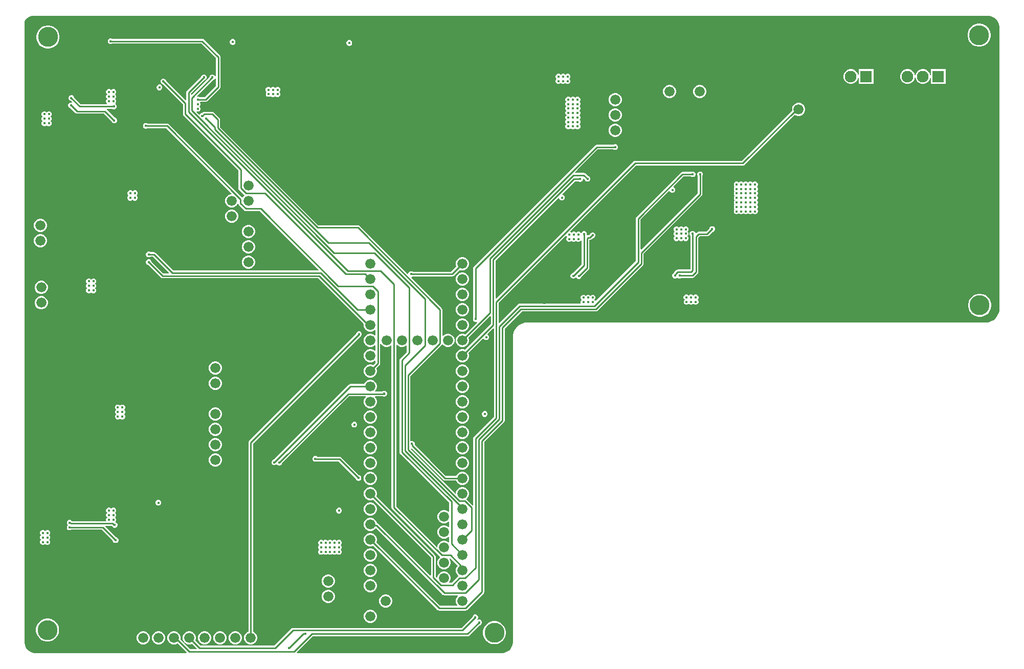
<source format=gbl>
G04*
G04 #@! TF.GenerationSoftware,Altium Limited,Altium Designer,23.1.1 (15)*
G04*
G04 Layer_Physical_Order=4*
G04 Layer_Color=16711680*
%FSLAX23Y23*%
%MOIN*%
G70*
G04*
G04 #@! TF.SameCoordinates,15EB6A63-CFD6-40EC-87C0-43203FAF91A2*
G04*
G04*
G04 #@! TF.FilePolarity,Positive*
G04*
G01*
G75*
%ADD16C,0.010*%
%ADD78C,0.066*%
%ADD79C,0.076*%
%ADD80R,0.076X0.076*%
%ADD81C,0.017*%
%ADD82C,0.130*%
G36*
X6560Y4435D02*
X6567D01*
X6582Y4432D01*
X6595Y4426D01*
X6608Y4418D01*
X6618Y4408D01*
X6626Y4395D01*
X6632Y4382D01*
X6635Y4367D01*
X6635Y4360D01*
X6635Y2530D01*
Y2524D01*
X6633Y2511D01*
X6630Y2499D01*
X6625Y2488D01*
X6619Y2477D01*
X6611Y2467D01*
X6603Y2459D01*
X6593Y2451D01*
X6582Y2445D01*
X6571Y2440D01*
X6559Y2437D01*
X6546Y2435D01*
X6540Y2435D01*
X3555D01*
X3555Y2435D01*
X3555Y2435D01*
X3547Y2435D01*
X3546Y2435D01*
X3545D01*
X3530Y2432D01*
X3529Y2431D01*
X3528Y2431D01*
X3513Y2425D01*
X3513Y2424D01*
X3512Y2424D01*
X3499Y2415D01*
X3498Y2415D01*
X3497Y2414D01*
X3486Y2403D01*
X3485Y2402D01*
X3485Y2401D01*
X3476Y2388D01*
X3476Y2387D01*
X3475Y2387D01*
X3469Y2372D01*
X3469Y2371D01*
X3469Y2370D01*
X3465Y2355D01*
Y2354D01*
X3465Y2353D01*
X3465Y2346D01*
X3465Y2345D01*
X3465Y2345D01*
Y2336D01*
X3465Y355D01*
X3465Y348D01*
X3462Y333D01*
X3456Y320D01*
X3448Y307D01*
X3438Y297D01*
X3425Y289D01*
X3412Y283D01*
X3397Y280D01*
X3390Y280D01*
X2057D01*
X2055Y285D01*
X2160Y390D01*
X3169D01*
X3175Y391D01*
X3180Y394D01*
X3246Y461D01*
X3247D01*
X3253Y463D01*
X3259Y469D01*
X3261Y475D01*
Y483D01*
X3259Y489D01*
X3253Y495D01*
X3247Y498D01*
X3239D01*
X3233Y495D01*
X3230Y498D01*
X3235Y504D01*
X3237Y510D01*
Y518D01*
X3235Y524D01*
X3229Y530D01*
X3223Y533D01*
X3215D01*
X3209Y530D01*
X3203Y524D01*
X3201Y518D01*
Y517D01*
X3128Y444D01*
X2030D01*
X2024Y443D01*
X2019Y440D01*
X1909Y329D01*
X1427D01*
X1394Y362D01*
X1395Y363D01*
X1398Y374D01*
Y386D01*
X1395Y397D01*
X1389Y406D01*
X1381Y414D01*
X1372Y420D01*
X1361Y423D01*
X1349D01*
X1338Y420D01*
X1329Y414D01*
X1321Y406D01*
X1315Y397D01*
X1312Y386D01*
Y374D01*
X1315Y363D01*
X1321Y354D01*
X1329Y346D01*
X1338Y340D01*
X1349Y337D01*
X1361D01*
X1372Y340D01*
X1373Y341D01*
X1404Y309D01*
X1402Y305D01*
X1361D01*
X1296Y369D01*
X1298Y374D01*
Y386D01*
X1295Y397D01*
X1289Y406D01*
X1281Y414D01*
X1272Y420D01*
X1261Y423D01*
X1249D01*
X1238Y420D01*
X1229Y414D01*
X1221Y406D01*
X1215Y397D01*
X1212Y386D01*
Y374D01*
X1215Y363D01*
X1221Y354D01*
X1229Y346D01*
X1238Y340D01*
X1249Y337D01*
X1261D01*
X1272Y340D01*
X1278Y344D01*
X1338Y285D01*
X1336Y280D01*
X346D01*
X332Y283D01*
X319Y288D01*
X307Y296D01*
X296Y307D01*
X288Y319D01*
X283Y332D01*
X280Y346D01*
Y353D01*
Y4380D01*
Y4385D01*
X282Y4396D01*
X286Y4406D01*
X292Y4415D01*
X300Y4423D01*
X309Y4429D01*
X319Y4433D01*
X330Y4435D01*
X335Y4435D01*
X6560Y4435D01*
D02*
G37*
%LPC*%
G36*
X1641Y4285D02*
X1633D01*
X1627Y4282D01*
X1621Y4276D01*
X1618Y4270D01*
Y4262D01*
X1621Y4256D01*
X1627Y4250D01*
X1633Y4247D01*
X1641D01*
X1647Y4250D01*
X1653Y4256D01*
X1656Y4262D01*
Y4270D01*
X1653Y4276D01*
X1647Y4282D01*
X1641Y4285D01*
D02*
G37*
G36*
X2401Y4279D02*
X2393D01*
X2387Y4276D01*
X2381Y4270D01*
X2378Y4264D01*
Y4256D01*
X2381Y4250D01*
X2387Y4244D01*
X2393Y4241D01*
X2401D01*
X2407Y4244D01*
X2413Y4250D01*
X2415Y4256D01*
Y4264D01*
X2413Y4270D01*
X2407Y4276D01*
X2401Y4279D01*
D02*
G37*
G36*
X6509Y4385D02*
X6495D01*
X6480Y4382D01*
X6466Y4376D01*
X6454Y4368D01*
X6444Y4358D01*
X6436Y4346D01*
X6430Y4332D01*
X6427Y4317D01*
Y4303D01*
X6430Y4288D01*
X6436Y4274D01*
X6444Y4262D01*
X6454Y4252D01*
X6466Y4244D01*
X6480Y4238D01*
X6495Y4235D01*
X6509D01*
X6524Y4238D01*
X6538Y4244D01*
X6550Y4252D01*
X6560Y4262D01*
X6568Y4274D01*
X6574Y4288D01*
X6577Y4303D01*
Y4317D01*
X6574Y4332D01*
X6568Y4346D01*
X6560Y4358D01*
X6550Y4368D01*
X6538Y4376D01*
X6524Y4382D01*
X6509Y4385D01*
D02*
G37*
G36*
X442Y4373D02*
X427D01*
X412Y4370D01*
X399Y4365D01*
X386Y4356D01*
X376Y4346D01*
X368Y4334D01*
X362Y4320D01*
X359Y4306D01*
Y4291D01*
X362Y4276D01*
X368Y4263D01*
X376Y4250D01*
X386Y4240D01*
X399Y4232D01*
X412Y4226D01*
X427Y4223D01*
X442D01*
X456Y4226D01*
X470Y4232D01*
X482Y4240D01*
X493Y4250D01*
X501Y4263D01*
X506Y4276D01*
X509Y4291D01*
Y4306D01*
X506Y4320D01*
X501Y4334D01*
X493Y4346D01*
X482Y4356D01*
X470Y4365D01*
X456Y4370D01*
X442Y4373D01*
D02*
G37*
G36*
X3824Y4058D02*
X3816D01*
X3810Y4056D01*
X3805Y4051D01*
X3800Y4056D01*
X3794Y4058D01*
X3786D01*
X3780Y4056D01*
X3775Y4051D01*
X3770Y4056D01*
X3764Y4058D01*
X3756D01*
X3750Y4056D01*
X3744Y4050D01*
X3741Y4044D01*
Y4036D01*
X3744Y4030D01*
X3748Y4025D01*
X3744Y4021D01*
X3741Y4014D01*
Y4007D01*
X3744Y4000D01*
X3750Y3995D01*
X3756Y3992D01*
X3764D01*
X3770Y3995D01*
X3775Y4000D01*
X3780Y3995D01*
X3786Y3992D01*
X3794D01*
X3800Y3995D01*
X3805Y4000D01*
X3810Y3995D01*
X3816Y3992D01*
X3824D01*
X3830Y3995D01*
X3836Y4000D01*
X3839Y4007D01*
Y4014D01*
X3836Y4021D01*
X3832Y4025D01*
X3836Y4030D01*
X3839Y4036D01*
Y4044D01*
X3836Y4050D01*
X3830Y4056D01*
X3824Y4058D01*
D02*
G37*
G36*
X6283Y4088D02*
X6187D01*
Y4049D01*
X6182Y4048D01*
X6180Y4058D01*
X6173Y4069D01*
X6164Y4078D01*
X6153Y4085D01*
X6141Y4088D01*
X6129D01*
X6117Y4085D01*
X6106Y4078D01*
X6097Y4069D01*
X6090Y4058D01*
X6088Y4048D01*
X6082D01*
X6080Y4058D01*
X6073Y4069D01*
X6064Y4078D01*
X6053Y4085D01*
X6041Y4088D01*
X6029D01*
X6017Y4085D01*
X6006Y4078D01*
X5997Y4069D01*
X5990Y4058D01*
X5987Y4046D01*
Y4034D01*
X5990Y4022D01*
X5997Y4011D01*
X6006Y4002D01*
X6017Y3995D01*
X6029Y3992D01*
X6041D01*
X6053Y3995D01*
X6064Y4002D01*
X6073Y4011D01*
X6080Y4022D01*
X6082Y4032D01*
X6088D01*
X6090Y4022D01*
X6097Y4011D01*
X6106Y4002D01*
X6117Y3995D01*
X6129Y3992D01*
X6141D01*
X6153Y3995D01*
X6164Y4002D01*
X6173Y4011D01*
X6180Y4022D01*
X6182Y4032D01*
X6187Y4031D01*
Y3992D01*
X6283D01*
Y4088D01*
D02*
G37*
G36*
X5814D02*
X5718D01*
Y4049D01*
X5713Y4048D01*
X5711Y4058D01*
X5704Y4069D01*
X5695Y4078D01*
X5684Y4085D01*
X5672Y4088D01*
X5660D01*
X5648Y4085D01*
X5637Y4078D01*
X5628Y4069D01*
X5621Y4058D01*
X5618Y4046D01*
Y4034D01*
X5621Y4022D01*
X5628Y4011D01*
X5637Y4002D01*
X5648Y3995D01*
X5660Y3992D01*
X5672D01*
X5684Y3995D01*
X5695Y4002D01*
X5704Y4011D01*
X5711Y4022D01*
X5713Y4032D01*
X5718Y4031D01*
Y3992D01*
X5814D01*
Y4088D01*
D02*
G37*
G36*
X1934Y3973D02*
X1926D01*
X1920Y3970D01*
X1915Y3965D01*
X1910Y3970D01*
X1904Y3973D01*
X1896D01*
X1890Y3970D01*
X1885Y3965D01*
X1880Y3970D01*
X1874Y3973D01*
X1866D01*
X1860Y3970D01*
X1854Y3965D01*
X1852Y3958D01*
Y3951D01*
X1854Y3944D01*
X1858Y3940D01*
X1856Y3937D01*
X1853Y3931D01*
Y3923D01*
X1856Y3916D01*
X1861Y3911D01*
X1868Y3908D01*
X1876D01*
X1882Y3911D01*
X1885Y3914D01*
X1890Y3909D01*
X1896Y3907D01*
X1904D01*
X1910Y3909D01*
X1915Y3914D01*
X1920Y3909D01*
X1926Y3907D01*
X1934D01*
X1940Y3909D01*
X1946Y3915D01*
X1949Y3921D01*
Y3929D01*
X1946Y3935D01*
X1942Y3940D01*
X1946Y3944D01*
X1949Y3951D01*
Y3958D01*
X1946Y3965D01*
X1940Y3970D01*
X1934Y3973D01*
D02*
G37*
G36*
X864Y3958D02*
X856D01*
X850Y3956D01*
X845Y3952D01*
X841Y3956D01*
X834Y3958D01*
X827D01*
X820Y3956D01*
X815Y3950D01*
X812Y3944D01*
Y3936D01*
X815Y3930D01*
X820Y3925D01*
X815Y3920D01*
X812Y3914D01*
Y3906D01*
X815Y3900D01*
X820Y3895D01*
X815Y3890D01*
X812Y3884D01*
Y3876D01*
X815Y3870D01*
X819Y3865D01*
X818Y3861D01*
X818Y3860D01*
X648D01*
X605Y3903D01*
Y3904D01*
X602Y3911D01*
X597Y3916D01*
X590Y3919D01*
X583D01*
X576Y3916D01*
X571Y3911D01*
X568Y3904D01*
Y3897D01*
X571Y3890D01*
X576Y3885D01*
X583Y3882D01*
X583D01*
X590Y3876D01*
X589Y3874D01*
X587Y3871D01*
X581D01*
X574Y3868D01*
X569Y3863D01*
X566Y3856D01*
Y3849D01*
X569Y3842D01*
X574Y3837D01*
X581Y3834D01*
X581D01*
X612Y3803D01*
X617Y3800D01*
X623Y3799D01*
X799D01*
X848Y3750D01*
Y3750D01*
X851Y3743D01*
X856Y3738D01*
X863Y3735D01*
X870D01*
X877Y3738D01*
X882Y3743D01*
X885Y3750D01*
Y3757D01*
X882Y3764D01*
X877Y3769D01*
X870Y3772D01*
X870D01*
X817Y3825D01*
X817Y3825D01*
X818Y3830D01*
X852D01*
X853Y3829D01*
X859Y3826D01*
X867D01*
X873Y3829D01*
X879Y3835D01*
X882Y3841D01*
Y3849D01*
X879Y3855D01*
X873Y3861D01*
X873Y3866D01*
X876Y3870D01*
X878Y3876D01*
Y3884D01*
X876Y3890D01*
X871Y3895D01*
X876Y3900D01*
X878Y3906D01*
Y3914D01*
X876Y3920D01*
X871Y3925D01*
X876Y3930D01*
X878Y3936D01*
Y3944D01*
X876Y3950D01*
X870Y3956D01*
X864Y3958D01*
D02*
G37*
G36*
X1164Y3989D02*
X1156D01*
X1150Y3986D01*
X1144Y3980D01*
X1141Y3974D01*
Y3966D01*
X1144Y3960D01*
X1150Y3954D01*
X1156Y3951D01*
X1164D01*
X1170Y3954D01*
X1176Y3960D01*
X1179Y3966D01*
Y3974D01*
X1176Y3980D01*
X1170Y3986D01*
X1164Y3989D01*
D02*
G37*
G36*
X846Y4290D02*
X838D01*
X832Y4287D01*
X826Y4281D01*
X823Y4275D01*
Y4267D01*
X826Y4261D01*
X832Y4255D01*
X838Y4253D01*
X846D01*
X852Y4255D01*
X853Y4256D01*
X1433D01*
X1529Y4160D01*
Y3980D01*
X1454Y3905D01*
X1421D01*
X1420Y3906D01*
X1414Y3908D01*
X1407D01*
X1405Y3911D01*
X1405Y3913D01*
X1508Y4016D01*
X1509D01*
X1515Y4019D01*
X1521Y4025D01*
X1523Y4031D01*
Y4039D01*
X1521Y4045D01*
X1515Y4051D01*
X1509Y4054D01*
X1501D01*
X1495Y4051D01*
X1489Y4045D01*
X1487Y4039D01*
Y4038D01*
X1370Y3922D01*
X1365Y3923D01*
Y3929D01*
X1453Y4016D01*
X1454D01*
X1460Y4019D01*
X1466Y4025D01*
X1469Y4031D01*
Y4039D01*
X1466Y4045D01*
X1460Y4051D01*
X1454Y4054D01*
X1446D01*
X1440Y4051D01*
X1434Y4045D01*
X1431Y4039D01*
Y4038D01*
X1339Y3946D01*
X1336Y3941D01*
X1335Y3935D01*
Y3888D01*
X1330Y3886D01*
X1204Y4012D01*
Y4012D01*
X1202Y4019D01*
X1196Y4024D01*
X1190Y4027D01*
X1182D01*
X1175Y4024D01*
X1170Y4019D01*
X1167Y4012D01*
Y4005D01*
X1170Y3998D01*
X1175Y3993D01*
X1182Y3990D01*
X1183D01*
X1313Y3860D01*
Y3795D01*
X1314Y3790D01*
X1318Y3785D01*
X1675Y3428D01*
Y3312D01*
X1676Y3307D01*
X1679Y3302D01*
X1712Y3269D01*
X1713Y3266D01*
X1712Y3262D01*
X1706Y3256D01*
X1704Y3253D01*
X1698Y3253D01*
X1222Y3730D01*
X1217Y3733D01*
X1211Y3734D01*
X1083D01*
X1082Y3735D01*
X1076Y3737D01*
X1068D01*
X1062Y3735D01*
X1056Y3729D01*
X1054Y3723D01*
Y3715D01*
X1056Y3709D01*
X1062Y3703D01*
X1068Y3701D01*
X1076D01*
X1082Y3703D01*
X1083Y3704D01*
X1204D01*
X1631Y3277D01*
X1629Y3273D01*
X1626D01*
X1616Y3270D01*
X1606Y3264D01*
X1598Y3256D01*
X1592Y3247D01*
X1589Y3236D01*
Y3224D01*
X1592Y3214D01*
X1598Y3204D01*
X1606Y3196D01*
X1616Y3190D01*
X1626Y3187D01*
X1638D01*
X1649Y3190D01*
X1658Y3196D01*
X1666Y3204D01*
X1669Y3208D01*
X1672Y3208D01*
X1674Y3208D01*
X1677Y3203D01*
X1714Y3167D01*
X1719Y3164D01*
X1725Y3162D01*
X1814D01*
X2197Y2780D01*
X2195Y2775D01*
X1250D01*
X1134Y2891D01*
X1129Y2894D01*
X1123Y2895D01*
X1101D01*
X1100Y2896D01*
X1094Y2898D01*
X1086D01*
X1080Y2896D01*
X1074Y2890D01*
X1071Y2884D01*
Y2876D01*
X1074Y2870D01*
X1080Y2864D01*
X1086Y2862D01*
X1094D01*
X1100Y2864D01*
X1101Y2865D01*
X1117D01*
X1222Y2760D01*
X1220Y2755D01*
X1186D01*
X1109Y2833D01*
Y2834D01*
X1106Y2840D01*
X1100Y2846D01*
X1094Y2849D01*
X1086D01*
X1080Y2846D01*
X1074Y2840D01*
X1071Y2834D01*
Y2826D01*
X1074Y2820D01*
X1080Y2814D01*
X1086Y2812D01*
X1087D01*
X1169Y2729D01*
X1174Y2726D01*
X1180Y2725D01*
X2194D01*
X2492Y2426D01*
X2492Y2426D01*
Y2414D01*
X2495Y2403D01*
X2501Y2394D01*
X2509Y2386D01*
X2518Y2380D01*
X2529Y2377D01*
X2541D01*
X2552Y2380D01*
X2561Y2386D01*
X2563Y2387D01*
X2567Y2385D01*
Y2355D01*
X2563Y2353D01*
X2561Y2354D01*
X2552Y2360D01*
X2541Y2363D01*
X2529D01*
X2518Y2360D01*
X2509Y2354D01*
X2501Y2346D01*
X2495Y2337D01*
X2492Y2326D01*
Y2314D01*
X2495Y2303D01*
X2501Y2294D01*
X2509Y2286D01*
X2518Y2280D01*
X2529Y2277D01*
X2541D01*
X2552Y2280D01*
X2561Y2286D01*
X2563Y2287D01*
X2567Y2285D01*
Y2255D01*
X2563Y2253D01*
X2561Y2254D01*
X2552Y2260D01*
X2541Y2263D01*
X2529D01*
X2518Y2260D01*
X2509Y2254D01*
X2501Y2246D01*
X2495Y2237D01*
X2492Y2226D01*
Y2214D01*
X2495Y2203D01*
X2501Y2194D01*
X2509Y2186D01*
X2518Y2180D01*
X2529Y2177D01*
X2541D01*
X2552Y2180D01*
X2561Y2186D01*
X2563Y2187D01*
X2567Y2185D01*
Y2174D01*
X2553Y2159D01*
X2552Y2160D01*
X2541Y2163D01*
X2529D01*
X2518Y2160D01*
X2509Y2154D01*
X2501Y2146D01*
X2495Y2137D01*
X2492Y2126D01*
Y2114D01*
X2495Y2103D01*
X2501Y2094D01*
X2509Y2086D01*
X2518Y2080D01*
X2529Y2077D01*
X2541D01*
X2552Y2080D01*
X2561Y2086D01*
X2569Y2094D01*
X2575Y2103D01*
X2578Y2114D01*
Y2126D01*
X2575Y2137D01*
X2574Y2138D01*
X2594Y2157D01*
X2597Y2162D01*
X2598Y2168D01*
Y2297D01*
X2603Y2298D01*
X2606Y2294D01*
X2614Y2286D01*
X2623Y2280D01*
X2634Y2277D01*
X2646D01*
X2657Y2280D01*
X2666Y2286D01*
X2668Y2287D01*
X2672Y2285D01*
Y1230D01*
X2674Y1224D01*
X2677Y1219D01*
X2987Y909D01*
X2988Y906D01*
X2987Y902D01*
X2981Y896D01*
X2975Y887D01*
X2972Y876D01*
Y864D01*
X2975Y853D01*
X2981Y844D01*
X2989Y836D01*
X2998Y830D01*
X3009Y827D01*
X3021D01*
X3031Y830D01*
X3041Y836D01*
X3049Y844D01*
X3055Y853D01*
X3058Y864D01*
Y876D01*
X3055Y887D01*
X3051Y894D01*
X3053Y899D01*
X3053Y899D01*
X3054Y900D01*
X3104Y849D01*
X3101Y846D01*
X3095Y837D01*
X3092Y826D01*
Y814D01*
X3095Y803D01*
X3101Y794D01*
X3108Y787D01*
X3108Y786D01*
X3108Y783D01*
X3108Y781D01*
X3104Y779D01*
X3063Y738D01*
X3049D01*
X3048Y742D01*
X3049Y744D01*
X3055Y753D01*
X3058Y764D01*
Y776D01*
X3055Y787D01*
X3049Y796D01*
X3041Y804D01*
X3031Y810D01*
X3021Y813D01*
X3009D01*
X2998Y810D01*
X2989Y804D01*
X2981Y796D01*
X2975Y787D01*
X2972Y776D01*
Y773D01*
X2968Y771D01*
X2960Y779D01*
Y910D01*
X2959Y916D01*
X2956Y921D01*
X2574Y1302D01*
X2575Y1303D01*
X2578Y1314D01*
Y1326D01*
X2575Y1337D01*
X2569Y1346D01*
X2561Y1354D01*
X2552Y1360D01*
X2541Y1363D01*
X2529D01*
X2518Y1360D01*
X2509Y1354D01*
X2501Y1346D01*
X2495Y1337D01*
X2492Y1326D01*
Y1314D01*
X2495Y1303D01*
X2501Y1294D01*
X2509Y1286D01*
X2518Y1280D01*
X2529Y1277D01*
X2541D01*
X2552Y1280D01*
X2553Y1281D01*
X2930Y904D01*
Y788D01*
X2925Y786D01*
X2587Y1124D01*
X2582Y1127D01*
X2577Y1128D01*
X2575Y1137D01*
X2569Y1146D01*
X2561Y1154D01*
X2552Y1160D01*
X2541Y1163D01*
X2529D01*
X2518Y1160D01*
X2509Y1154D01*
X2501Y1146D01*
X2495Y1137D01*
X2492Y1126D01*
Y1114D01*
X2495Y1103D01*
X2501Y1094D01*
X2509Y1086D01*
X2518Y1080D01*
X2529Y1077D01*
X2541D01*
X2552Y1080D01*
X2561Y1086D01*
X2568Y1092D01*
X2574Y1093D01*
X3006Y661D01*
X3011Y658D01*
X3017Y657D01*
X3104D01*
X3106Y652D01*
X3101Y646D01*
X3095Y637D01*
X3092Y626D01*
Y614D01*
X3095Y603D01*
X3101Y594D01*
X3102Y592D01*
X3100Y588D01*
X2989D01*
X2574Y1002D01*
X2575Y1003D01*
X2578Y1014D01*
Y1026D01*
X2575Y1037D01*
X2569Y1046D01*
X2561Y1054D01*
X2552Y1060D01*
X2541Y1063D01*
X2529D01*
X2518Y1060D01*
X2509Y1054D01*
X2501Y1046D01*
X2495Y1037D01*
X2492Y1026D01*
Y1014D01*
X2495Y1003D01*
X2501Y994D01*
X2509Y986D01*
X2518Y980D01*
X2529Y977D01*
X2541D01*
X2552Y980D01*
X2553Y981D01*
X2972Y561D01*
X2977Y558D01*
X2983Y557D01*
X3155D01*
X3161Y558D01*
X3166Y561D01*
X3273Y669D01*
X3276Y674D01*
X3277Y679D01*
Y1658D01*
X3406Y1786D01*
X3409Y1791D01*
X3410Y1797D01*
Y2396D01*
X3523Y2509D01*
X4004D01*
X4010Y2510D01*
X4015Y2513D01*
X4311Y2810D01*
X4315Y2815D01*
X4316Y2820D01*
Y2885D01*
X4694Y3263D01*
X4697Y3268D01*
X4698Y3274D01*
Y3392D01*
X4699Y3393D01*
X4701Y3399D01*
Y3407D01*
X4699Y3413D01*
X4693Y3419D01*
X4687Y3421D01*
X4679D01*
X4673Y3419D01*
X4667Y3413D01*
X4665Y3407D01*
Y3399D01*
X4667Y3393D01*
X4668Y3392D01*
Y3280D01*
X4300Y2913D01*
X4296Y2915D01*
Y3108D01*
X4482Y3294D01*
X4486Y3293D01*
X4487Y3291D01*
X4492Y3285D01*
X4499Y3283D01*
X4507D01*
X4513Y3285D01*
X4519Y3291D01*
X4521Y3297D01*
Y3305D01*
X4519Y3312D01*
X4513Y3317D01*
X4512Y3318D01*
X4511Y3322D01*
X4576Y3388D01*
X4624D01*
X4625Y3387D01*
X4631Y3385D01*
X4639D01*
X4645Y3387D01*
X4651Y3393D01*
X4654Y3399D01*
Y3407D01*
X4651Y3413D01*
X4645Y3419D01*
X4639Y3421D01*
X4631D01*
X4625Y3419D01*
X4624Y3418D01*
X4569D01*
X4564Y3417D01*
X4559Y3414D01*
X4270Y3125D01*
X4266Y3120D01*
X4265Y3114D01*
Y2838D01*
X4004Y2577D01*
X4000Y2578D01*
X3999Y2580D01*
X3995Y2584D01*
X3999Y2588D01*
X4002Y2595D01*
Y2602D01*
X3999Y2609D01*
X3994Y2614D01*
X3987Y2617D01*
X3979D01*
X3973Y2614D01*
X3968Y2610D01*
X3964Y2614D01*
X3957Y2617D01*
X3949D01*
X3943Y2614D01*
X3938Y2610D01*
X3934Y2614D01*
X3927Y2617D01*
X3919D01*
X3913Y2614D01*
X3907Y2609D01*
X3905Y2602D01*
Y2595D01*
X3907Y2588D01*
X3912Y2584D01*
X3907Y2580D01*
X3905Y2573D01*
Y2566D01*
X3905Y2564D01*
X3903Y2560D01*
X3508D01*
X3503Y2559D01*
X3498Y2555D01*
X3375Y2433D01*
X3370Y2434D01*
Y2564D01*
X3809Y3002D01*
X3814Y3001D01*
X3814Y3000D01*
X3818Y2995D01*
X3814Y2991D01*
X3812Y2984D01*
Y2977D01*
X3814Y2970D01*
X3820Y2965D01*
X3826Y2962D01*
X3834D01*
X3840Y2965D01*
X3845Y2970D01*
X3850Y2965D01*
X3856Y2962D01*
X3864D01*
X3870Y2965D01*
X3875Y2970D01*
X3880Y2965D01*
X3886Y2962D01*
X3894D01*
X3900Y2965D01*
X3906Y2970D01*
X3907Y2973D01*
X3912Y2972D01*
Y2816D01*
X3856Y2760D01*
X3853D01*
X3847Y2757D01*
X3841Y2751D01*
X3839Y2745D01*
Y2737D01*
X3841Y2731D01*
X3847Y2725D01*
X3853Y2723D01*
X3861D01*
X3867Y2725D01*
X3872Y2729D01*
X3877Y2729D01*
X3877Y2729D01*
X3883Y2723D01*
X3889Y2720D01*
X3897D01*
X3903Y2723D01*
X3909Y2729D01*
X3911Y2735D01*
Y2736D01*
X3958Y2782D01*
X3961Y2787D01*
X3962Y2793D01*
Y2975D01*
X3966D01*
X3972Y2976D01*
X3977Y2979D01*
X3985Y2987D01*
X3987D01*
X3994Y2990D01*
X3999Y2995D01*
X4002Y3002D01*
Y3009D01*
X3999Y3016D01*
X3994Y3021D01*
X3987Y3024D01*
X3980D01*
X3973Y3021D01*
X3968Y3016D01*
X3966Y3011D01*
X3960Y3005D01*
X3954D01*
X3949Y3004D01*
X3947Y3006D01*
X3945Y3008D01*
X3945Y3009D01*
Y3017D01*
X3943Y3023D01*
X3937Y3029D01*
X3931Y3032D01*
X3923D01*
X3917Y3029D01*
X3911Y3023D01*
X3911Y3022D01*
X3909Y3021D01*
X3905Y3021D01*
X3900Y3026D01*
X3894Y3029D01*
X3886D01*
X3880Y3026D01*
X3875Y3021D01*
X3870Y3026D01*
X3864Y3029D01*
X3856D01*
X3850Y3026D01*
X3845Y3021D01*
X3840Y3026D01*
X3839Y3026D01*
X3838Y3031D01*
X4266Y3460D01*
X4962D01*
X4968Y3461D01*
X4973Y3464D01*
X5300Y3792D01*
X5309Y3786D01*
X5320Y3783D01*
X5332D01*
X5343Y3786D01*
X5352Y3792D01*
X5360Y3800D01*
X5366Y3809D01*
X5369Y3820D01*
Y3832D01*
X5366Y3843D01*
X5360Y3852D01*
X5352Y3860D01*
X5343Y3866D01*
X5332Y3869D01*
X5320D01*
X5309Y3866D01*
X5300Y3860D01*
X5292Y3852D01*
X5286Y3843D01*
X5283Y3832D01*
Y3820D01*
X5284Y3818D01*
X4956Y3490D01*
X4260D01*
X4254Y3489D01*
X4249Y3486D01*
X3355Y2592D01*
X3350Y2594D01*
Y2838D01*
X3760Y3248D01*
X3765Y3246D01*
X3767Y3241D01*
X3772Y3235D01*
X3779Y3233D01*
X3787D01*
X3793Y3235D01*
X3799Y3241D01*
X3801Y3247D01*
Y3255D01*
X3799Y3262D01*
X3793Y3267D01*
X3788Y3269D01*
X3786Y3274D01*
X3869Y3357D01*
X3890D01*
X3891Y3356D01*
X3897Y3353D01*
X3905D01*
X3911Y3356D01*
X3917Y3362D01*
X3920Y3368D01*
Y3375D01*
X3922Y3377D01*
X3924Y3377D01*
X3931Y3370D01*
Y3369D01*
X3934Y3363D01*
X3940Y3357D01*
X3946Y3355D01*
X3954D01*
X3960Y3357D01*
X3966Y3363D01*
X3968Y3369D01*
Y3377D01*
X3966Y3383D01*
X3960Y3389D01*
X3954Y3391D01*
X3953D01*
X3937Y3408D01*
X3932Y3411D01*
X3926Y3412D01*
X3870D01*
X3869Y3417D01*
X3885Y3433D01*
X3885Y3433D01*
X4016Y3565D01*
X4119D01*
X4120Y3564D01*
X4126Y3562D01*
X4134D01*
X4140Y3564D01*
X4146Y3570D01*
X4148Y3576D01*
Y3584D01*
X4146Y3590D01*
X4140Y3596D01*
X4134Y3599D01*
X4126D01*
X4120Y3596D01*
X4119Y3595D01*
X4010D01*
X4004Y3594D01*
X3999Y3591D01*
X3863Y3455D01*
X3863Y3455D01*
X3209Y2801D01*
X3206Y2796D01*
X3205Y2790D01*
Y2466D01*
X3203Y2462D01*
Y2455D01*
X3206Y2448D01*
X3211Y2443D01*
X3218Y2440D01*
X3225D01*
X3227Y2440D01*
X3230Y2436D01*
X3153Y2359D01*
X3152Y2360D01*
X3141Y2363D01*
X3129D01*
X3118Y2360D01*
X3109Y2354D01*
X3101Y2346D01*
X3095Y2337D01*
X3092Y2326D01*
Y2314D01*
X3095Y2303D01*
X3101Y2294D01*
X3109Y2286D01*
X3118Y2280D01*
X3129Y2277D01*
X3141D01*
X3152Y2280D01*
X3161Y2286D01*
X3169Y2294D01*
X3175Y2303D01*
X3178Y2314D01*
Y2326D01*
X3175Y2337D01*
X3174Y2338D01*
X3315Y2478D01*
X3320Y2477D01*
Y2427D01*
X3152Y2259D01*
X3152Y2260D01*
X3141Y2263D01*
X3129D01*
X3118Y2260D01*
X3109Y2254D01*
X3101Y2246D01*
X3095Y2237D01*
X3092Y2226D01*
Y2214D01*
X3095Y2203D01*
X3101Y2194D01*
X3109Y2186D01*
X3118Y2180D01*
X3129Y2177D01*
X3141D01*
X3152Y2180D01*
X3161Y2186D01*
X3169Y2194D01*
X3175Y2203D01*
X3178Y2214D01*
Y2226D01*
X3175Y2237D01*
X3174Y2238D01*
X3269Y2332D01*
X3274Y2331D01*
X3274Y2330D01*
X3280Y2324D01*
X3286Y2322D01*
X3294D01*
X3300Y2324D01*
X3306Y2330D01*
X3309Y2336D01*
Y2344D01*
X3306Y2350D01*
X3300Y2356D01*
X3299Y2356D01*
X3298Y2361D01*
X3335Y2399D01*
X3340Y2397D01*
Y1820D01*
X3209Y1689D01*
X3206Y1684D01*
X3205Y1679D01*
Y1246D01*
X3200Y1244D01*
X3163Y1281D01*
X3162Y1284D01*
X3163Y1288D01*
X3169Y1294D01*
X3175Y1303D01*
X3178Y1314D01*
Y1326D01*
X3175Y1337D01*
X3169Y1346D01*
X3161Y1354D01*
X3152Y1360D01*
X3141Y1363D01*
X3129D01*
X3118Y1360D01*
X3109Y1354D01*
X3101Y1346D01*
X3095Y1337D01*
X3092Y1326D01*
Y1323D01*
X3088Y1321D01*
X2798Y1612D01*
X2798Y1613D01*
X2803Y1615D01*
X2903Y1516D01*
X2903Y1516D01*
X3009Y1409D01*
X3014Y1406D01*
X3020Y1405D01*
X3095D01*
X3095Y1403D01*
X3101Y1394D01*
X3109Y1386D01*
X3118Y1380D01*
X3129Y1377D01*
X3141D01*
X3152Y1380D01*
X3161Y1386D01*
X3169Y1394D01*
X3175Y1403D01*
X3178Y1414D01*
Y1426D01*
X3175Y1437D01*
X3169Y1446D01*
X3161Y1454D01*
X3152Y1460D01*
X3141Y1463D01*
X3129D01*
X3118Y1460D01*
X3109Y1454D01*
X3101Y1446D01*
X3095Y1437D01*
X3095Y1435D01*
X3026D01*
X2924Y1537D01*
X2924Y1537D01*
X2823Y1639D01*
X2823Y1641D01*
Y1649D01*
X2821Y1655D01*
X2815Y1661D01*
X2809Y1663D01*
X2801D01*
X2799Y1663D01*
X2795Y1666D01*
Y2086D01*
X2999Y2289D01*
X3001Y2293D01*
X3003Y2293D01*
X3006Y2293D01*
X3007Y2293D01*
X3014Y2286D01*
X3023Y2280D01*
X3034Y2277D01*
X3046D01*
X3057Y2280D01*
X3066Y2286D01*
X3074Y2294D01*
X3080Y2303D01*
X3083Y2314D01*
Y2326D01*
X3080Y2337D01*
X3074Y2346D01*
X3066Y2354D01*
X3057Y2360D01*
X3046Y2363D01*
X3034D01*
X3023Y2360D01*
X3014Y2354D01*
X3008Y2349D01*
X3003Y2351D01*
Y2520D01*
X3002Y2526D01*
X2999Y2531D01*
X2801Y2728D01*
X2803Y2734D01*
X2804D01*
X2810Y2736D01*
X2811Y2737D01*
X3067D01*
X3073Y2738D01*
X3078Y2741D01*
X3117Y2781D01*
X3118Y2780D01*
X3129Y2777D01*
X3141D01*
X3152Y2780D01*
X3161Y2786D01*
X3169Y2794D01*
X3175Y2803D01*
X3178Y2814D01*
Y2826D01*
X3175Y2837D01*
X3169Y2846D01*
X3161Y2854D01*
X3152Y2860D01*
X3141Y2863D01*
X3129D01*
X3118Y2860D01*
X3109Y2854D01*
X3101Y2846D01*
X3095Y2837D01*
X3092Y2826D01*
Y2814D01*
X3095Y2803D01*
X3096Y2802D01*
X3061Y2767D01*
X2811D01*
X2810Y2768D01*
X2804Y2770D01*
X2796D01*
X2790Y2768D01*
X2784Y2762D01*
X2782Y2756D01*
Y2755D01*
X2776Y2753D01*
X2464Y3066D01*
X2459Y3069D01*
X2453Y3070D01*
X2196D01*
X1555Y3711D01*
Y3760D01*
X1554Y3766D01*
X1551Y3771D01*
X1516Y3806D01*
X1511Y3809D01*
X1505Y3810D01*
X1452D01*
X1446Y3809D01*
X1442Y3806D01*
X1439Y3803D01*
X1435D01*
X1429Y3800D01*
X1423Y3795D01*
X1423Y3793D01*
X1418Y3792D01*
X1402Y3808D01*
X1405Y3812D01*
X1406Y3812D01*
X1414D01*
X1420Y3814D01*
X1426Y3820D01*
X1429Y3826D01*
Y3834D01*
X1426Y3840D01*
X1421Y3845D01*
X1426Y3850D01*
X1429Y3856D01*
Y3864D01*
X1426Y3870D01*
X1428Y3875D01*
X1460D01*
X1466Y3876D01*
X1471Y3879D01*
X1555Y3963D01*
X1558Y3968D01*
X1559Y3974D01*
Y4166D01*
X1558Y4172D01*
X1555Y4177D01*
X1450Y4282D01*
X1445Y4285D01*
X1439Y4286D01*
X853D01*
X852Y4287D01*
X846Y4290D01*
D02*
G37*
G36*
X3889Y3909D02*
X3881D01*
X3875Y3906D01*
X3870Y3902D01*
X3865Y3906D01*
X3859Y3909D01*
X3851D01*
X3845Y3906D01*
X3840Y3902D01*
X3835Y3906D01*
X3829Y3909D01*
X3821D01*
X3815Y3906D01*
X3809Y3901D01*
X3806Y3894D01*
Y3887D01*
X3809Y3880D01*
X3813Y3876D01*
X3809Y3872D01*
X3806Y3865D01*
Y3858D01*
X3809Y3851D01*
X3813Y3847D01*
X3809Y3842D01*
X3806Y3836D01*
Y3828D01*
X3809Y3822D01*
X3813Y3817D01*
X3809Y3813D01*
X3806Y3806D01*
Y3799D01*
X3809Y3792D01*
X3813Y3788D01*
X3809Y3784D01*
X3806Y3777D01*
Y3770D01*
X3809Y3763D01*
X3813Y3759D01*
X3809Y3755D01*
X3806Y3748D01*
Y3741D01*
X3809Y3734D01*
X3813Y3730D01*
X3809Y3725D01*
X3806Y3719D01*
Y3711D01*
X3809Y3705D01*
X3815Y3699D01*
X3821Y3697D01*
X3829D01*
X3835Y3699D01*
X3840Y3704D01*
X3845Y3699D01*
X3851Y3697D01*
X3859D01*
X3865Y3699D01*
X3870Y3704D01*
X3875Y3699D01*
X3881Y3697D01*
X3889D01*
X3895Y3699D01*
X3901Y3705D01*
X3904Y3711D01*
Y3719D01*
X3901Y3725D01*
X3897Y3730D01*
X3901Y3734D01*
X3904Y3741D01*
Y3748D01*
X3901Y3755D01*
X3897Y3759D01*
X3901Y3763D01*
X3904Y3770D01*
Y3777D01*
X3901Y3784D01*
X3897Y3788D01*
X3901Y3792D01*
X3904Y3799D01*
Y3806D01*
X3901Y3813D01*
X3897Y3817D01*
X3901Y3822D01*
X3904Y3828D01*
Y3836D01*
X3901Y3842D01*
X3897Y3847D01*
X3901Y3851D01*
X3904Y3858D01*
Y3865D01*
X3901Y3872D01*
X3897Y3876D01*
X3901Y3880D01*
X3904Y3887D01*
Y3894D01*
X3901Y3901D01*
X3895Y3906D01*
X3889Y3909D01*
D02*
G37*
G36*
X4687Y3985D02*
X4676D01*
X4665Y3982D01*
X4656Y3976D01*
X4648Y3968D01*
X4642Y3959D01*
X4639Y3948D01*
Y3936D01*
X4642Y3925D01*
X4648Y3916D01*
X4656Y3908D01*
X4665Y3902D01*
X4676Y3899D01*
X4687D01*
X4698Y3902D01*
X4708Y3908D01*
X4716Y3916D01*
X4722Y3925D01*
X4725Y3936D01*
Y3948D01*
X4722Y3959D01*
X4716Y3968D01*
X4708Y3976D01*
X4698Y3982D01*
X4687Y3985D01*
D02*
G37*
G36*
X4491D02*
X4479D01*
X4468Y3982D01*
X4459Y3976D01*
X4451Y3968D01*
X4445Y3959D01*
X4442Y3948D01*
Y3936D01*
X4445Y3925D01*
X4451Y3916D01*
X4459Y3908D01*
X4468Y3902D01*
X4479Y3899D01*
X4491D01*
X4502Y3902D01*
X4511Y3908D01*
X4519Y3916D01*
X4525Y3925D01*
X4528Y3936D01*
Y3948D01*
X4525Y3959D01*
X4519Y3968D01*
X4511Y3976D01*
X4502Y3982D01*
X4491Y3985D01*
D02*
G37*
G36*
X4136Y3933D02*
X4124D01*
X4113Y3930D01*
X4104Y3924D01*
X4096Y3916D01*
X4090Y3907D01*
X4087Y3896D01*
Y3884D01*
X4090Y3873D01*
X4096Y3864D01*
X4104Y3856D01*
X4113Y3850D01*
X4124Y3847D01*
X4136D01*
X4147Y3850D01*
X4156Y3856D01*
X4164Y3864D01*
X4170Y3873D01*
X4173Y3884D01*
Y3896D01*
X4170Y3907D01*
X4164Y3916D01*
X4156Y3924D01*
X4147Y3930D01*
X4136Y3933D01*
D02*
G37*
G36*
X444Y3813D02*
X436D01*
X430Y3811D01*
X425Y3807D01*
X421Y3811D01*
X414Y3813D01*
X407D01*
X400Y3811D01*
X395Y3805D01*
X392Y3799D01*
Y3791D01*
X395Y3785D01*
X400Y3780D01*
X395Y3775D01*
X392Y3769D01*
Y3761D01*
X395Y3755D01*
X400Y3750D01*
X395Y3745D01*
X392Y3739D01*
Y3731D01*
X395Y3725D01*
X400Y3719D01*
X407Y3717D01*
X414D01*
X421Y3719D01*
X425Y3723D01*
X430Y3719D01*
X436Y3717D01*
X444D01*
X450Y3719D01*
X456Y3725D01*
X458Y3731D01*
Y3739D01*
X456Y3745D01*
X451Y3750D01*
X456Y3755D01*
X458Y3761D01*
Y3769D01*
X456Y3775D01*
X451Y3780D01*
X456Y3785D01*
X458Y3791D01*
Y3799D01*
X456Y3805D01*
X450Y3811D01*
X444Y3813D01*
D02*
G37*
G36*
X4136Y3833D02*
X4124D01*
X4113Y3830D01*
X4104Y3824D01*
X4096Y3816D01*
X4090Y3807D01*
X4087Y3796D01*
Y3784D01*
X4090Y3773D01*
X4096Y3764D01*
X4104Y3756D01*
X4113Y3750D01*
X4124Y3747D01*
X4136D01*
X4147Y3750D01*
X4156Y3756D01*
X4164Y3764D01*
X4170Y3773D01*
X4173Y3784D01*
Y3796D01*
X4170Y3807D01*
X4164Y3816D01*
X4156Y3824D01*
X4147Y3830D01*
X4136Y3833D01*
D02*
G37*
G36*
Y3733D02*
X4124D01*
X4113Y3730D01*
X4104Y3724D01*
X4096Y3716D01*
X4090Y3707D01*
X4087Y3696D01*
Y3684D01*
X4090Y3673D01*
X4096Y3664D01*
X4104Y3656D01*
X4113Y3650D01*
X4124Y3647D01*
X4136D01*
X4147Y3650D01*
X4156Y3656D01*
X4164Y3664D01*
X4170Y3673D01*
X4173Y3684D01*
Y3696D01*
X4170Y3707D01*
X4164Y3716D01*
X4156Y3724D01*
X4147Y3730D01*
X4136Y3733D01*
D02*
G37*
G36*
X5045Y3355D02*
X5037D01*
X5031Y3352D01*
X5026Y3348D01*
X5021Y3352D01*
X5015Y3355D01*
X5007D01*
X5001Y3352D01*
X4996Y3348D01*
X4991Y3352D01*
X4985Y3355D01*
X4977D01*
X4971Y3352D01*
X4966Y3348D01*
X4961Y3352D01*
X4955Y3355D01*
X4947D01*
X4941Y3352D01*
X4936Y3348D01*
X4931Y3352D01*
X4925Y3355D01*
X4917D01*
X4911Y3352D01*
X4905Y3347D01*
X4903Y3340D01*
Y3333D01*
X4905Y3326D01*
X4909Y3322D01*
X4905Y3318D01*
X4903Y3311D01*
Y3304D01*
X4905Y3297D01*
X4909Y3293D01*
X4905Y3289D01*
X4903Y3282D01*
Y3275D01*
X4905Y3268D01*
X4909Y3264D01*
X4905Y3259D01*
X4903Y3253D01*
Y3245D01*
X4905Y3239D01*
X4909Y3234D01*
X4905Y3230D01*
X4903Y3223D01*
Y3216D01*
X4905Y3209D01*
X4909Y3205D01*
X4905Y3201D01*
X4903Y3194D01*
Y3187D01*
X4905Y3180D01*
X4909Y3176D01*
X4905Y3172D01*
X4903Y3165D01*
Y3158D01*
X4905Y3151D01*
X4911Y3146D01*
X4917Y3143D01*
X4925D01*
X4931Y3146D01*
X4936Y3150D01*
X4941Y3146D01*
X4947Y3143D01*
X4955D01*
X4961Y3146D01*
X4966Y3150D01*
X4971Y3146D01*
X4977Y3143D01*
X4985D01*
X4991Y3146D01*
X4996Y3150D01*
X5001Y3146D01*
X5007Y3143D01*
X5015D01*
X5021Y3146D01*
X5026Y3150D01*
X5031Y3146D01*
X5037Y3143D01*
X5045D01*
X5051Y3146D01*
X5057Y3151D01*
X5060Y3158D01*
Y3165D01*
X5057Y3172D01*
X5053Y3176D01*
X5057Y3180D01*
X5060Y3187D01*
Y3194D01*
X5057Y3201D01*
X5053Y3205D01*
X5057Y3209D01*
X5060Y3216D01*
Y3223D01*
X5057Y3230D01*
X5053Y3234D01*
X5057Y3239D01*
X5060Y3245D01*
Y3253D01*
X5057Y3259D01*
X5053Y3264D01*
X5057Y3268D01*
X5060Y3275D01*
Y3282D01*
X5057Y3289D01*
X5053Y3293D01*
X5057Y3297D01*
X5060Y3304D01*
Y3311D01*
X5057Y3318D01*
X5053Y3322D01*
X5057Y3326D01*
X5060Y3333D01*
Y3340D01*
X5057Y3347D01*
X5051Y3352D01*
X5045Y3355D01*
D02*
G37*
G36*
X1004Y3298D02*
X996D01*
X990Y3295D01*
X985Y3290D01*
X980Y3295D01*
X974Y3298D01*
X966D01*
X960Y3295D01*
X954Y3290D01*
X951Y3283D01*
Y3276D01*
X954Y3269D01*
X958Y3265D01*
X954Y3260D01*
X951Y3254D01*
Y3246D01*
X954Y3240D01*
X960Y3234D01*
X966Y3231D01*
X974D01*
X980Y3234D01*
X985Y3239D01*
X990Y3234D01*
X996Y3231D01*
X1004D01*
X1010Y3234D01*
X1016Y3240D01*
X1018Y3246D01*
Y3254D01*
X1016Y3260D01*
X1012Y3265D01*
X1016Y3269D01*
X1018Y3276D01*
Y3283D01*
X1016Y3290D01*
X1010Y3295D01*
X1004Y3298D01*
D02*
G37*
G36*
X1638Y3173D02*
X1626D01*
X1616Y3170D01*
X1606Y3164D01*
X1598Y3156D01*
X1592Y3147D01*
X1589Y3136D01*
Y3124D01*
X1592Y3114D01*
X1598Y3104D01*
X1606Y3096D01*
X1616Y3090D01*
X1626Y3087D01*
X1638D01*
X1649Y3090D01*
X1658Y3096D01*
X1666Y3104D01*
X1672Y3114D01*
X1675Y3124D01*
Y3136D01*
X1672Y3147D01*
X1666Y3156D01*
X1658Y3164D01*
X1649Y3170D01*
X1638Y3173D01*
D02*
G37*
G36*
X4594Y3063D02*
X4586D01*
X4580Y3060D01*
X4575Y3055D01*
X4570Y3060D01*
X4564Y3063D01*
X4556D01*
X4550Y3060D01*
X4545Y3055D01*
X4540Y3060D01*
X4534Y3063D01*
X4526D01*
X4520Y3060D01*
X4514Y3055D01*
X4511Y3048D01*
Y3041D01*
X4514Y3034D01*
X4518Y3030D01*
X4514Y3025D01*
X4511Y3019D01*
Y3011D01*
X4514Y3005D01*
X4518Y3000D01*
X4514Y2996D01*
X4511Y2989D01*
Y2982D01*
X4514Y2975D01*
X4520Y2970D01*
X4526Y2967D01*
X4534D01*
X4540Y2970D01*
X4545Y2975D01*
X4550Y2970D01*
X4556Y2967D01*
X4564D01*
X4570Y2970D01*
X4575Y2975D01*
X4580Y2970D01*
X4586Y2967D01*
X4594D01*
X4600Y2970D01*
X4606Y2975D01*
X4609Y2982D01*
Y2989D01*
X4606Y2996D01*
X4602Y3000D01*
X4606Y3005D01*
X4609Y3011D01*
Y3019D01*
X4606Y3025D01*
X4602Y3030D01*
X4606Y3034D01*
X4609Y3041D01*
Y3048D01*
X4606Y3055D01*
X4600Y3060D01*
X4594Y3063D01*
D02*
G37*
G36*
X391Y3113D02*
X379D01*
X368Y3110D01*
X359Y3104D01*
X351Y3096D01*
X345Y3087D01*
X342Y3076D01*
Y3064D01*
X345Y3053D01*
X351Y3044D01*
X359Y3036D01*
X368Y3030D01*
X379Y3027D01*
X391D01*
X402Y3030D01*
X411Y3036D01*
X419Y3044D01*
X425Y3053D01*
X428Y3064D01*
Y3076D01*
X425Y3087D01*
X419Y3096D01*
X411Y3104D01*
X402Y3110D01*
X391Y3113D01*
D02*
G37*
G36*
X4766Y3064D02*
X4758D01*
X4752Y3062D01*
X4746Y3056D01*
X4744Y3050D01*
Y3049D01*
X4723Y3028D01*
X4675D01*
X4669Y3027D01*
X4664Y3024D01*
X4658Y3018D01*
X4653Y3020D01*
X4651Y3025D01*
X4645Y3031D01*
X4639Y3033D01*
X4631D01*
X4625Y3031D01*
X4619Y3025D01*
X4616Y3019D01*
Y3011D01*
X4619Y3005D01*
X4620Y3004D01*
Y2783D01*
X4619Y2782D01*
X4539D01*
X4533Y2781D01*
X4528Y2778D01*
X4514Y2764D01*
X4511Y2759D01*
X4510Y2759D01*
X4504Y2753D01*
X4502Y2747D01*
Y2739D01*
X4504Y2733D01*
X4510Y2727D01*
X4516Y2724D01*
X4524D01*
X4530Y2727D01*
X4534Y2731D01*
X4540Y2726D01*
X4546Y2724D01*
X4554D01*
X4560Y2726D01*
X4561Y2727D01*
X4634D01*
X4639Y2728D01*
X4644Y2731D01*
X4668Y2755D01*
X4671Y2760D01*
X4672Y2765D01*
Y2989D01*
X4681Y2998D01*
X4729D01*
X4735Y2999D01*
X4740Y3002D01*
X4765Y3027D01*
X4766D01*
X4773Y3030D01*
X4778Y3035D01*
X4781Y3042D01*
Y3050D01*
X4778Y3056D01*
X4773Y3062D01*
X4766Y3064D01*
D02*
G37*
G36*
X1746Y3073D02*
X1734D01*
X1723Y3070D01*
X1714Y3064D01*
X1706Y3056D01*
X1700Y3047D01*
X1697Y3036D01*
Y3024D01*
X1700Y3013D01*
X1706Y3004D01*
X1714Y2996D01*
X1723Y2990D01*
X1734Y2987D01*
X1746D01*
X1757Y2990D01*
X1766Y2996D01*
X1774Y3004D01*
X1780Y3013D01*
X1783Y3024D01*
Y3036D01*
X1780Y3047D01*
X1774Y3056D01*
X1766Y3064D01*
X1757Y3070D01*
X1746Y3073D01*
D02*
G37*
G36*
X391Y3013D02*
X379D01*
X368Y3010D01*
X359Y3004D01*
X351Y2996D01*
X345Y2987D01*
X342Y2976D01*
Y2964D01*
X345Y2953D01*
X351Y2944D01*
X359Y2936D01*
X368Y2930D01*
X379Y2927D01*
X391D01*
X402Y2930D01*
X411Y2936D01*
X419Y2944D01*
X425Y2953D01*
X428Y2964D01*
Y2976D01*
X425Y2987D01*
X419Y2996D01*
X411Y3004D01*
X402Y3010D01*
X391Y3013D01*
D02*
G37*
G36*
X1746Y2973D02*
X1734D01*
X1723Y2970D01*
X1714Y2964D01*
X1706Y2956D01*
X1700Y2947D01*
X1697Y2936D01*
Y2924D01*
X1700Y2913D01*
X1706Y2904D01*
X1714Y2896D01*
X1723Y2890D01*
X1734Y2887D01*
X1746D01*
X1757Y2890D01*
X1766Y2896D01*
X1774Y2904D01*
X1780Y2913D01*
X1783Y2924D01*
Y2936D01*
X1780Y2947D01*
X1774Y2956D01*
X1766Y2964D01*
X1757Y2970D01*
X1746Y2973D01*
D02*
G37*
G36*
Y2873D02*
X1734D01*
X1723Y2870D01*
X1714Y2864D01*
X1706Y2856D01*
X1700Y2847D01*
X1697Y2836D01*
Y2824D01*
X1700Y2813D01*
X1706Y2804D01*
X1714Y2796D01*
X1723Y2790D01*
X1734Y2787D01*
X1746D01*
X1757Y2790D01*
X1766Y2796D01*
X1774Y2804D01*
X1780Y2813D01*
X1783Y2824D01*
Y2836D01*
X1780Y2847D01*
X1774Y2856D01*
X1766Y2864D01*
X1757Y2870D01*
X1746Y2873D01*
D02*
G37*
G36*
X734Y2724D02*
X726D01*
X720Y2721D01*
X715Y2717D01*
X711Y2721D01*
X704Y2724D01*
X697D01*
X690Y2721D01*
X685Y2715D01*
X682Y2709D01*
Y2701D01*
X685Y2695D01*
X690Y2690D01*
X685Y2685D01*
X682Y2679D01*
Y2671D01*
X685Y2665D01*
X690Y2660D01*
X685Y2655D01*
X682Y2649D01*
Y2641D01*
X685Y2635D01*
X690Y2629D01*
X697Y2626D01*
X704D01*
X711Y2629D01*
X715Y2633D01*
X720Y2629D01*
X726Y2626D01*
X734D01*
X740Y2629D01*
X746Y2635D01*
X748Y2641D01*
Y2649D01*
X746Y2655D01*
X741Y2660D01*
X746Y2665D01*
X748Y2671D01*
Y2679D01*
X746Y2685D01*
X741Y2690D01*
X746Y2695D01*
X748Y2701D01*
Y2709D01*
X746Y2715D01*
X740Y2721D01*
X734Y2724D01*
D02*
G37*
G36*
X3141Y2763D02*
X3129D01*
X3118Y2760D01*
X3109Y2754D01*
X3101Y2746D01*
X3095Y2737D01*
X3092Y2726D01*
Y2714D01*
X3095Y2703D01*
X3101Y2694D01*
X3109Y2686D01*
X3118Y2680D01*
X3129Y2677D01*
X3141D01*
X3152Y2680D01*
X3161Y2686D01*
X3169Y2694D01*
X3175Y2703D01*
X3178Y2714D01*
Y2726D01*
X3175Y2737D01*
X3169Y2746D01*
X3161Y2754D01*
X3152Y2760D01*
X3141Y2763D01*
D02*
G37*
G36*
X396Y2708D02*
X384D01*
X373Y2705D01*
X364Y2699D01*
X356Y2691D01*
X350Y2682D01*
X347Y2671D01*
Y2659D01*
X350Y2648D01*
X356Y2639D01*
X364Y2631D01*
X373Y2625D01*
X384Y2622D01*
X396D01*
X407Y2625D01*
X416Y2631D01*
X424Y2639D01*
X430Y2648D01*
X433Y2659D01*
Y2671D01*
X430Y2682D01*
X424Y2691D01*
X416Y2699D01*
X407Y2705D01*
X396Y2708D01*
D02*
G37*
G36*
X4659Y2618D02*
X4651D01*
X4645Y2616D01*
X4640Y2611D01*
X4635Y2616D01*
X4629Y2618D01*
X4621D01*
X4615Y2616D01*
X4610Y2611D01*
X4605Y2616D01*
X4599Y2618D01*
X4591D01*
X4585Y2616D01*
X4579Y2610D01*
X4576Y2604D01*
Y2596D01*
X4579Y2590D01*
X4583Y2585D01*
X4579Y2581D01*
X4577Y2574D01*
Y2567D01*
X4579Y2560D01*
X4585Y2555D01*
X4591Y2552D01*
X4599D01*
X4606Y2555D01*
X4610Y2560D01*
X4615Y2555D01*
X4621Y2552D01*
X4629D01*
X4635Y2555D01*
X4640Y2560D01*
X4645Y2555D01*
X4651Y2552D01*
X4659D01*
X4665Y2555D01*
X4671Y2560D01*
X4674Y2567D01*
Y2574D01*
X4671Y2581D01*
X4667Y2585D01*
X4671Y2590D01*
X4674Y2596D01*
Y2604D01*
X4671Y2610D01*
X4665Y2616D01*
X4659Y2618D01*
D02*
G37*
G36*
X3141Y2663D02*
X3129D01*
X3118Y2660D01*
X3109Y2654D01*
X3101Y2646D01*
X3095Y2637D01*
X3092Y2626D01*
Y2614D01*
X3095Y2603D01*
X3101Y2594D01*
X3109Y2586D01*
X3118Y2580D01*
X3129Y2577D01*
X3141D01*
X3152Y2580D01*
X3161Y2586D01*
X3169Y2594D01*
X3175Y2603D01*
X3178Y2614D01*
Y2626D01*
X3175Y2637D01*
X3169Y2646D01*
X3161Y2654D01*
X3152Y2660D01*
X3141Y2663D01*
D02*
G37*
G36*
X396Y2608D02*
X384D01*
X373Y2605D01*
X364Y2599D01*
X356Y2591D01*
X350Y2582D01*
X347Y2571D01*
Y2559D01*
X350Y2548D01*
X356Y2539D01*
X364Y2531D01*
X373Y2525D01*
X384Y2522D01*
X396D01*
X407Y2525D01*
X416Y2531D01*
X424Y2539D01*
X430Y2548D01*
X433Y2559D01*
Y2571D01*
X430Y2582D01*
X424Y2591D01*
X416Y2599D01*
X407Y2605D01*
X396Y2608D01*
D02*
G37*
G36*
X3141Y2563D02*
X3129D01*
X3118Y2560D01*
X3109Y2554D01*
X3101Y2546D01*
X3095Y2537D01*
X3092Y2526D01*
Y2514D01*
X3095Y2503D01*
X3101Y2494D01*
X3109Y2486D01*
X3118Y2480D01*
X3129Y2477D01*
X3141D01*
X3152Y2480D01*
X3161Y2486D01*
X3169Y2494D01*
X3175Y2503D01*
X3178Y2514D01*
Y2526D01*
X3175Y2537D01*
X3169Y2546D01*
X3161Y2554D01*
X3152Y2560D01*
X3141Y2563D01*
D02*
G37*
G36*
X6512Y2624D02*
X6498D01*
X6483Y2621D01*
X6469Y2615D01*
X6457Y2607D01*
X6447Y2597D01*
X6439Y2585D01*
X6433Y2571D01*
X6430Y2556D01*
Y2542D01*
X6433Y2527D01*
X6439Y2513D01*
X6447Y2501D01*
X6457Y2491D01*
X6469Y2483D01*
X6483Y2477D01*
X6498Y2474D01*
X6512D01*
X6527Y2477D01*
X6541Y2483D01*
X6553Y2491D01*
X6563Y2501D01*
X6571Y2513D01*
X6577Y2527D01*
X6580Y2542D01*
Y2556D01*
X6577Y2571D01*
X6571Y2585D01*
X6563Y2597D01*
X6553Y2607D01*
X6541Y2615D01*
X6527Y2621D01*
X6512Y2624D01*
D02*
G37*
G36*
X3141Y2463D02*
X3129D01*
X3118Y2460D01*
X3109Y2454D01*
X3101Y2446D01*
X3095Y2437D01*
X3092Y2426D01*
Y2414D01*
X3095Y2403D01*
X3101Y2394D01*
X3109Y2386D01*
X3118Y2380D01*
X3129Y2377D01*
X3141D01*
X3152Y2380D01*
X3161Y2386D01*
X3169Y2394D01*
X3175Y2403D01*
X3178Y2414D01*
Y2426D01*
X3175Y2437D01*
X3169Y2446D01*
X3161Y2454D01*
X3152Y2460D01*
X3141Y2463D01*
D02*
G37*
G36*
X1531Y2183D02*
X1519D01*
X1508Y2180D01*
X1499Y2174D01*
X1491Y2166D01*
X1485Y2157D01*
X1482Y2146D01*
Y2134D01*
X1485Y2123D01*
X1491Y2114D01*
X1499Y2106D01*
X1508Y2100D01*
X1519Y2097D01*
X1531D01*
X1542Y2100D01*
X1551Y2106D01*
X1559Y2114D01*
X1565Y2123D01*
X1568Y2134D01*
Y2146D01*
X1565Y2157D01*
X1559Y2166D01*
X1551Y2174D01*
X1542Y2180D01*
X1531Y2183D01*
D02*
G37*
G36*
X3141Y2163D02*
X3129D01*
X3118Y2160D01*
X3109Y2154D01*
X3101Y2146D01*
X3095Y2137D01*
X3092Y2126D01*
Y2114D01*
X3095Y2103D01*
X3101Y2094D01*
X3109Y2086D01*
X3118Y2080D01*
X3129Y2077D01*
X3141D01*
X3152Y2080D01*
X3161Y2086D01*
X3169Y2094D01*
X3175Y2103D01*
X3178Y2114D01*
Y2126D01*
X3175Y2137D01*
X3169Y2146D01*
X3161Y2154D01*
X3152Y2160D01*
X3141Y2163D01*
D02*
G37*
G36*
X1531Y2083D02*
X1519D01*
X1508Y2080D01*
X1499Y2074D01*
X1491Y2066D01*
X1485Y2057D01*
X1482Y2046D01*
Y2034D01*
X1485Y2023D01*
X1491Y2014D01*
X1499Y2006D01*
X1508Y2000D01*
X1519Y1997D01*
X1531D01*
X1542Y2000D01*
X1551Y2006D01*
X1559Y2014D01*
X1565Y2023D01*
X1568Y2034D01*
Y2046D01*
X1565Y2057D01*
X1559Y2066D01*
X1551Y2074D01*
X1542Y2080D01*
X1531Y2083D01*
D02*
G37*
G36*
X3141Y2063D02*
X3129D01*
X3118Y2060D01*
X3109Y2054D01*
X3101Y2046D01*
X3095Y2037D01*
X3092Y2026D01*
Y2014D01*
X3095Y2003D01*
X3101Y1994D01*
X3109Y1986D01*
X3118Y1980D01*
X3129Y1977D01*
X3141D01*
X3152Y1980D01*
X3161Y1986D01*
X3169Y1994D01*
X3175Y2003D01*
X3178Y2014D01*
Y2026D01*
X3175Y2037D01*
X3169Y2046D01*
X3161Y2054D01*
X3152Y2060D01*
X3141Y2063D01*
D02*
G37*
G36*
X2541D02*
X2529D01*
X2518Y2060D01*
X2509Y2054D01*
X2501Y2046D01*
X2495Y2037D01*
X2495Y2035D01*
X2405D01*
X2399Y2034D01*
X2394Y2031D01*
X1906Y1542D01*
X1905D01*
X1898Y1539D01*
X1893Y1534D01*
X1890Y1527D01*
Y1520D01*
X1893Y1513D01*
X1898Y1508D01*
X1905Y1505D01*
X1912D01*
X1919Y1508D01*
X1921Y1510D01*
X1925Y1512D01*
X1927Y1510D01*
X1931Y1506D01*
X1937Y1503D01*
X1945D01*
X1951Y1506D01*
X1957Y1512D01*
X1959Y1518D01*
Y1519D01*
X2396Y1956D01*
X2503D01*
X2505Y1951D01*
X2501Y1946D01*
X2495Y1937D01*
X2492Y1926D01*
Y1914D01*
X2495Y1903D01*
X2501Y1894D01*
X2509Y1886D01*
X2518Y1880D01*
X2529Y1877D01*
X2541D01*
X2552Y1880D01*
X2561Y1886D01*
X2569Y1894D01*
X2575Y1903D01*
X2578Y1914D01*
Y1926D01*
X2575Y1937D01*
X2569Y1946D01*
X2565Y1951D01*
X2567Y1956D01*
X2618D01*
X2622Y1954D01*
X2629D01*
X2636Y1957D01*
X2641Y1962D01*
X2644Y1969D01*
Y1976D01*
X2641Y1983D01*
X2636Y1988D01*
X2629Y1991D01*
X2622D01*
X2615Y1988D01*
X2613Y1986D01*
X2568D01*
X2566Y1991D01*
X2569Y1994D01*
X2575Y2003D01*
X2578Y2014D01*
Y2026D01*
X2575Y2037D01*
X2569Y2046D01*
X2561Y2054D01*
X2552Y2060D01*
X2541Y2063D01*
D02*
G37*
G36*
X922Y1901D02*
X914D01*
X908Y1898D01*
X903Y1894D01*
X899Y1898D01*
X892Y1901D01*
X885D01*
X878Y1898D01*
X873Y1892D01*
X870Y1886D01*
Y1878D01*
X873Y1872D01*
X878Y1867D01*
X873Y1862D01*
X870Y1856D01*
Y1848D01*
X873Y1842D01*
X878Y1837D01*
X873Y1832D01*
X870Y1826D01*
Y1818D01*
X873Y1812D01*
X878Y1806D01*
X885Y1804D01*
X892D01*
X899Y1806D01*
X903Y1810D01*
X908Y1806D01*
X914Y1804D01*
X922D01*
X928Y1806D01*
X934Y1812D01*
X937Y1818D01*
Y1826D01*
X934Y1832D01*
X929Y1837D01*
X934Y1842D01*
X937Y1848D01*
Y1856D01*
X934Y1862D01*
X929Y1867D01*
X934Y1872D01*
X937Y1878D01*
Y1886D01*
X934Y1892D01*
X928Y1898D01*
X922Y1901D01*
D02*
G37*
G36*
X3141Y1963D02*
X3129D01*
X3118Y1960D01*
X3109Y1954D01*
X3101Y1946D01*
X3095Y1937D01*
X3092Y1926D01*
Y1914D01*
X3095Y1903D01*
X3101Y1894D01*
X3109Y1886D01*
X3118Y1880D01*
X3129Y1877D01*
X3141D01*
X3152Y1880D01*
X3161Y1886D01*
X3169Y1894D01*
X3175Y1903D01*
X3178Y1914D01*
Y1926D01*
X3175Y1937D01*
X3169Y1946D01*
X3161Y1954D01*
X3152Y1960D01*
X3141Y1963D01*
D02*
G37*
G36*
X3284Y1859D02*
X3276D01*
X3270Y1856D01*
X3264Y1850D01*
X3261Y1844D01*
Y1836D01*
X3264Y1830D01*
X3270Y1824D01*
X3276Y1821D01*
X3284D01*
X3290Y1824D01*
X3296Y1830D01*
X3299Y1836D01*
Y1844D01*
X3296Y1850D01*
X3290Y1856D01*
X3284Y1859D01*
D02*
G37*
G36*
X1531Y1883D02*
X1519D01*
X1508Y1880D01*
X1499Y1874D01*
X1491Y1866D01*
X1485Y1857D01*
X1482Y1846D01*
Y1834D01*
X1485Y1823D01*
X1491Y1814D01*
X1499Y1806D01*
X1508Y1800D01*
X1519Y1797D01*
X1531D01*
X1542Y1800D01*
X1551Y1806D01*
X1559Y1814D01*
X1565Y1823D01*
X1568Y1834D01*
Y1846D01*
X1565Y1857D01*
X1559Y1866D01*
X1551Y1874D01*
X1542Y1880D01*
X1531Y1883D01*
D02*
G37*
G36*
X3141Y1863D02*
X3129D01*
X3118Y1860D01*
X3109Y1854D01*
X3101Y1846D01*
X3095Y1837D01*
X3092Y1826D01*
Y1814D01*
X3095Y1803D01*
X3101Y1794D01*
X3109Y1786D01*
X3118Y1780D01*
X3129Y1777D01*
X3141D01*
X3152Y1780D01*
X3161Y1786D01*
X3169Y1794D01*
X3175Y1803D01*
X3178Y1814D01*
Y1826D01*
X3175Y1837D01*
X3169Y1846D01*
X3161Y1854D01*
X3152Y1860D01*
X3141Y1863D01*
D02*
G37*
G36*
X2541D02*
X2529D01*
X2518Y1860D01*
X2509Y1854D01*
X2501Y1846D01*
X2495Y1837D01*
X2492Y1826D01*
Y1814D01*
X2495Y1803D01*
X2501Y1794D01*
X2509Y1786D01*
X2518Y1780D01*
X2529Y1777D01*
X2541D01*
X2552Y1780D01*
X2561Y1786D01*
X2569Y1794D01*
X2575Y1803D01*
X2578Y1814D01*
Y1826D01*
X2575Y1837D01*
X2569Y1846D01*
X2561Y1854D01*
X2552Y1860D01*
X2541Y1863D01*
D02*
G37*
G36*
X2434Y1788D02*
X2426D01*
X2420Y1786D01*
X2414Y1780D01*
X2411Y1774D01*
Y1766D01*
X2414Y1760D01*
X2420Y1754D01*
X2426Y1752D01*
X2434D01*
X2440Y1754D01*
X2446Y1760D01*
X2448Y1766D01*
Y1774D01*
X2446Y1780D01*
X2440Y1786D01*
X2434Y1788D01*
D02*
G37*
G36*
X1531Y1783D02*
X1519D01*
X1508Y1780D01*
X1499Y1774D01*
X1491Y1766D01*
X1485Y1757D01*
X1482Y1746D01*
Y1734D01*
X1485Y1723D01*
X1491Y1714D01*
X1499Y1706D01*
X1508Y1700D01*
X1519Y1697D01*
X1531D01*
X1542Y1700D01*
X1551Y1706D01*
X1559Y1714D01*
X1565Y1723D01*
X1568Y1734D01*
Y1746D01*
X1565Y1757D01*
X1559Y1766D01*
X1551Y1774D01*
X1542Y1780D01*
X1531Y1783D01*
D02*
G37*
G36*
X3141Y1763D02*
X3129D01*
X3118Y1760D01*
X3109Y1754D01*
X3101Y1746D01*
X3095Y1737D01*
X3092Y1726D01*
Y1714D01*
X3095Y1703D01*
X3101Y1694D01*
X3109Y1686D01*
X3118Y1680D01*
X3129Y1677D01*
X3141D01*
X3152Y1680D01*
X3161Y1686D01*
X3169Y1694D01*
X3175Y1703D01*
X3178Y1714D01*
Y1726D01*
X3175Y1737D01*
X3169Y1746D01*
X3161Y1754D01*
X3152Y1760D01*
X3141Y1763D01*
D02*
G37*
G36*
X2541D02*
X2529D01*
X2518Y1760D01*
X2509Y1754D01*
X2501Y1746D01*
X2495Y1737D01*
X2492Y1726D01*
Y1714D01*
X2495Y1703D01*
X2501Y1694D01*
X2509Y1686D01*
X2518Y1680D01*
X2529Y1677D01*
X2541D01*
X2552Y1680D01*
X2561Y1686D01*
X2569Y1694D01*
X2575Y1703D01*
X2578Y1714D01*
Y1726D01*
X2575Y1737D01*
X2569Y1746D01*
X2561Y1754D01*
X2552Y1760D01*
X2541Y1763D01*
D02*
G37*
G36*
X1531Y1683D02*
X1519D01*
X1508Y1680D01*
X1499Y1674D01*
X1491Y1666D01*
X1485Y1657D01*
X1482Y1646D01*
Y1634D01*
X1485Y1623D01*
X1491Y1614D01*
X1499Y1606D01*
X1508Y1600D01*
X1519Y1597D01*
X1531D01*
X1542Y1600D01*
X1551Y1606D01*
X1559Y1614D01*
X1565Y1623D01*
X1568Y1634D01*
Y1646D01*
X1565Y1657D01*
X1559Y1666D01*
X1551Y1674D01*
X1542Y1680D01*
X1531Y1683D01*
D02*
G37*
G36*
X3141Y1663D02*
X3129D01*
X3118Y1660D01*
X3109Y1654D01*
X3101Y1646D01*
X3095Y1637D01*
X3092Y1626D01*
Y1614D01*
X3095Y1603D01*
X3101Y1594D01*
X3109Y1586D01*
X3118Y1580D01*
X3129Y1577D01*
X3141D01*
X3152Y1580D01*
X3161Y1586D01*
X3169Y1594D01*
X3175Y1603D01*
X3178Y1614D01*
Y1626D01*
X3175Y1637D01*
X3169Y1646D01*
X3161Y1654D01*
X3152Y1660D01*
X3141Y1663D01*
D02*
G37*
G36*
X2541D02*
X2529D01*
X2518Y1660D01*
X2509Y1654D01*
X2501Y1646D01*
X2495Y1637D01*
X2492Y1626D01*
Y1614D01*
X2495Y1603D01*
X2501Y1594D01*
X2509Y1586D01*
X2518Y1580D01*
X2529Y1577D01*
X2541D01*
X2552Y1580D01*
X2561Y1586D01*
X2569Y1594D01*
X2575Y1603D01*
X2578Y1614D01*
Y1626D01*
X2575Y1637D01*
X2569Y1646D01*
X2561Y1654D01*
X2552Y1660D01*
X2541Y1663D01*
D02*
G37*
G36*
X1531Y1583D02*
X1519D01*
X1508Y1580D01*
X1499Y1574D01*
X1491Y1566D01*
X1485Y1557D01*
X1482Y1546D01*
Y1534D01*
X1485Y1523D01*
X1491Y1514D01*
X1499Y1506D01*
X1508Y1500D01*
X1519Y1497D01*
X1531D01*
X1542Y1500D01*
X1551Y1506D01*
X1559Y1514D01*
X1565Y1523D01*
X1568Y1534D01*
Y1546D01*
X1565Y1557D01*
X1559Y1566D01*
X1551Y1574D01*
X1542Y1580D01*
X1531Y1583D01*
D02*
G37*
G36*
X3141Y1563D02*
X3129D01*
X3118Y1560D01*
X3109Y1554D01*
X3101Y1546D01*
X3095Y1537D01*
X3092Y1526D01*
Y1514D01*
X3095Y1503D01*
X3101Y1494D01*
X3109Y1486D01*
X3118Y1480D01*
X3129Y1477D01*
X3141D01*
X3152Y1480D01*
X3161Y1486D01*
X3169Y1494D01*
X3175Y1503D01*
X3178Y1514D01*
Y1526D01*
X3175Y1537D01*
X3169Y1546D01*
X3161Y1554D01*
X3152Y1560D01*
X3141Y1563D01*
D02*
G37*
G36*
X2541D02*
X2529D01*
X2518Y1560D01*
X2509Y1554D01*
X2501Y1546D01*
X2495Y1537D01*
X2492Y1526D01*
Y1514D01*
X2495Y1503D01*
X2501Y1494D01*
X2509Y1486D01*
X2518Y1480D01*
X2529Y1477D01*
X2541D01*
X2552Y1480D01*
X2561Y1486D01*
X2569Y1494D01*
X2575Y1503D01*
X2578Y1514D01*
Y1526D01*
X2575Y1537D01*
X2569Y1546D01*
X2561Y1554D01*
X2552Y1560D01*
X2541Y1563D01*
D02*
G37*
G36*
X2180Y1565D02*
X2172D01*
X2166Y1562D01*
X2160Y1557D01*
X2158Y1550D01*
Y1542D01*
X2160Y1536D01*
X2166Y1530D01*
X2172Y1528D01*
X2180D01*
X2187Y1530D01*
X2187Y1531D01*
X2327D01*
X2439Y1419D01*
Y1419D01*
X2442Y1412D01*
X2447Y1407D01*
X2454Y1404D01*
X2461D01*
X2468Y1407D01*
X2473Y1412D01*
X2476Y1419D01*
Y1426D01*
X2473Y1433D01*
X2468Y1438D01*
X2461Y1441D01*
X2460D01*
X2345Y1557D01*
X2340Y1560D01*
X2334Y1561D01*
X2187D01*
X2187Y1562D01*
X2180Y1565D01*
D02*
G37*
G36*
X2541Y1463D02*
X2529D01*
X2518Y1460D01*
X2509Y1454D01*
X2501Y1446D01*
X2495Y1437D01*
X2492Y1426D01*
Y1414D01*
X2495Y1403D01*
X2501Y1394D01*
X2509Y1386D01*
X2518Y1380D01*
X2529Y1377D01*
X2541D01*
X2552Y1380D01*
X2561Y1386D01*
X2569Y1394D01*
X2575Y1403D01*
X2578Y1414D01*
Y1426D01*
X2575Y1437D01*
X2569Y1446D01*
X2561Y1454D01*
X2552Y1460D01*
X2541Y1463D01*
D02*
G37*
G36*
X1157Y1280D02*
X1149D01*
X1142Y1277D01*
X1137Y1272D01*
X1134Y1265D01*
Y1257D01*
X1137Y1251D01*
X1142Y1245D01*
X1149Y1243D01*
X1157D01*
X1163Y1245D01*
X1169Y1251D01*
X1171Y1257D01*
Y1265D01*
X1169Y1272D01*
X1163Y1277D01*
X1157Y1280D01*
D02*
G37*
G36*
X864Y1229D02*
X856D01*
X850Y1226D01*
X845Y1222D01*
X841Y1226D01*
X834Y1229D01*
X827D01*
X820Y1226D01*
X815Y1220D01*
X812Y1214D01*
Y1206D01*
X815Y1200D01*
X820Y1195D01*
X815Y1190D01*
X812Y1184D01*
Y1176D01*
X815Y1170D01*
X820Y1165D01*
X815Y1160D01*
X812Y1154D01*
Y1146D01*
X813Y1144D01*
X810Y1140D01*
X591D01*
X591Y1141D01*
X585Y1147D01*
X579Y1149D01*
X571D01*
X565Y1147D01*
X559Y1141D01*
X557Y1135D01*
Y1127D01*
X559Y1120D01*
X564Y1115D01*
X559Y1110D01*
X557Y1104D01*
Y1096D01*
X559Y1090D01*
X565Y1084D01*
X571Y1082D01*
X579D01*
X585Y1084D01*
X586Y1085D01*
X784D01*
X856Y1013D01*
Y1013D01*
X858Y1006D01*
X864Y1001D01*
X870Y998D01*
X878D01*
X884Y1001D01*
X890Y1006D01*
X893Y1013D01*
Y1020D01*
X890Y1027D01*
X884Y1032D01*
X878Y1035D01*
X877D01*
X807Y1105D01*
X809Y1110D01*
X850D01*
X851Y1108D01*
X853Y1105D01*
X858Y1100D01*
X865Y1097D01*
X872D01*
X879Y1100D01*
X884Y1105D01*
X887Y1112D01*
Y1119D01*
X884Y1126D01*
X879Y1131D01*
X876Y1133D01*
X875Y1139D01*
X876Y1140D01*
X878Y1146D01*
Y1154D01*
X876Y1160D01*
X871Y1165D01*
X876Y1170D01*
X878Y1176D01*
Y1184D01*
X876Y1190D01*
X871Y1195D01*
X876Y1200D01*
X878Y1206D01*
Y1214D01*
X876Y1220D01*
X870Y1226D01*
X864Y1229D01*
D02*
G37*
G36*
X2334D02*
X2326D01*
X2320Y1226D01*
X2314Y1220D01*
X2312Y1214D01*
Y1206D01*
X2314Y1200D01*
X2320Y1194D01*
X2326Y1191D01*
X2334D01*
X2340Y1194D01*
X2346Y1200D01*
X2349Y1206D01*
Y1214D01*
X2346Y1220D01*
X2340Y1226D01*
X2334Y1229D01*
D02*
G37*
G36*
X2541Y1263D02*
X2529D01*
X2518Y1260D01*
X2509Y1254D01*
X2501Y1246D01*
X2495Y1237D01*
X2492Y1226D01*
Y1214D01*
X2495Y1203D01*
X2501Y1194D01*
X2509Y1186D01*
X2518Y1180D01*
X2529Y1177D01*
X2541D01*
X2552Y1180D01*
X2561Y1186D01*
X2569Y1194D01*
X2575Y1203D01*
X2578Y1214D01*
Y1226D01*
X2575Y1237D01*
X2569Y1246D01*
X2561Y1254D01*
X2552Y1260D01*
X2541Y1263D01*
D02*
G37*
G36*
X434Y1083D02*
X426D01*
X420Y1080D01*
X415Y1076D01*
X411Y1080D01*
X404Y1083D01*
X397D01*
X390Y1080D01*
X385Y1075D01*
X382Y1068D01*
Y1061D01*
X385Y1054D01*
X390Y1049D01*
X385Y1045D01*
X382Y1038D01*
Y1031D01*
X385Y1024D01*
X390Y1019D01*
X385Y1015D01*
X382Y1008D01*
Y1001D01*
X385Y994D01*
X390Y989D01*
X397Y986D01*
X404D01*
X411Y989D01*
X415Y993D01*
X420Y989D01*
X426Y986D01*
X434D01*
X440Y989D01*
X446Y994D01*
X449Y1001D01*
Y1008D01*
X446Y1015D01*
X441Y1019D01*
X446Y1024D01*
X449Y1031D01*
Y1038D01*
X446Y1045D01*
X441Y1049D01*
X446Y1054D01*
X449Y1061D01*
Y1068D01*
X446Y1075D01*
X440Y1080D01*
X434Y1083D01*
D02*
G37*
G36*
X2334Y1018D02*
X2327D01*
X2320Y1016D01*
X2316Y1012D01*
X2312Y1016D01*
X2305Y1018D01*
X2298D01*
X2291Y1016D01*
X2287Y1012D01*
X2282Y1016D01*
X2276Y1018D01*
X2268D01*
X2262Y1016D01*
X2257Y1012D01*
X2253Y1016D01*
X2246Y1018D01*
X2239D01*
X2232Y1016D01*
X2228Y1012D01*
X2224Y1016D01*
X2217Y1018D01*
X2210D01*
X2203Y1016D01*
X2198Y1010D01*
X2195Y1004D01*
Y996D01*
X2198Y990D01*
X2202Y985D01*
X2198Y980D01*
X2195Y974D01*
Y966D01*
X2198Y960D01*
X2202Y955D01*
X2198Y950D01*
X2195Y944D01*
Y936D01*
X2198Y930D01*
X2203Y924D01*
X2210Y922D01*
X2217D01*
X2224Y924D01*
X2228Y928D01*
X2232Y924D01*
X2239Y922D01*
X2246D01*
X2253Y924D01*
X2257Y928D01*
X2262Y924D01*
X2268Y922D01*
X2276D01*
X2282Y924D01*
X2287Y928D01*
X2291Y924D01*
X2298Y922D01*
X2305D01*
X2312Y924D01*
X2316Y928D01*
X2320Y924D01*
X2327Y922D01*
X2334D01*
X2341Y924D01*
X2346Y930D01*
X2349Y936D01*
Y944D01*
X2346Y950D01*
X2342Y955D01*
X2346Y960D01*
X2349Y966D01*
Y974D01*
X2346Y980D01*
X2342Y985D01*
X2346Y990D01*
X2349Y996D01*
Y1004D01*
X2346Y1010D01*
X2341Y1016D01*
X2334Y1018D01*
D02*
G37*
G36*
X2541Y963D02*
X2529D01*
X2518Y960D01*
X2509Y954D01*
X2501Y946D01*
X2495Y937D01*
X2492Y926D01*
Y914D01*
X2495Y903D01*
X2501Y894D01*
X2509Y886D01*
X2518Y880D01*
X2529Y877D01*
X2541D01*
X2552Y880D01*
X2561Y886D01*
X2569Y894D01*
X2575Y903D01*
X2578Y914D01*
Y926D01*
X2575Y937D01*
X2569Y946D01*
X2561Y954D01*
X2552Y960D01*
X2541Y963D01*
D02*
G37*
G36*
Y863D02*
X2529D01*
X2518Y860D01*
X2509Y854D01*
X2501Y846D01*
X2495Y837D01*
X2492Y826D01*
Y814D01*
X2495Y803D01*
X2501Y794D01*
X2509Y786D01*
X2518Y780D01*
X2529Y777D01*
X2541D01*
X2552Y780D01*
X2561Y786D01*
X2569Y794D01*
X2575Y803D01*
X2578Y814D01*
Y826D01*
X2575Y837D01*
X2569Y846D01*
X2561Y854D01*
X2552Y860D01*
X2541Y863D01*
D02*
G37*
G36*
X2266Y793D02*
X2254D01*
X2243Y790D01*
X2234Y784D01*
X2226Y776D01*
X2220Y767D01*
X2217Y756D01*
Y744D01*
X2220Y733D01*
X2226Y724D01*
X2234Y716D01*
X2243Y710D01*
X2254Y707D01*
X2266D01*
X2277Y710D01*
X2286Y716D01*
X2294Y724D01*
X2300Y733D01*
X2303Y744D01*
Y756D01*
X2300Y767D01*
X2294Y776D01*
X2286Y784D01*
X2277Y790D01*
X2266Y793D01*
D02*
G37*
G36*
X2541Y763D02*
X2529D01*
X2518Y760D01*
X2509Y754D01*
X2501Y746D01*
X2495Y737D01*
X2492Y726D01*
Y714D01*
X2495Y703D01*
X2501Y694D01*
X2509Y686D01*
X2518Y680D01*
X2529Y677D01*
X2541D01*
X2552Y680D01*
X2561Y686D01*
X2569Y694D01*
X2575Y703D01*
X2578Y714D01*
Y726D01*
X2575Y737D01*
X2569Y746D01*
X2561Y754D01*
X2552Y760D01*
X2541Y763D01*
D02*
G37*
G36*
X2266Y693D02*
X2254D01*
X2243Y690D01*
X2234Y684D01*
X2226Y676D01*
X2220Y667D01*
X2217Y656D01*
Y644D01*
X2220Y633D01*
X2226Y624D01*
X2234Y616D01*
X2243Y610D01*
X2254Y607D01*
X2266D01*
X2277Y610D01*
X2286Y616D01*
X2294Y624D01*
X2300Y633D01*
X2303Y644D01*
Y656D01*
X2300Y667D01*
X2294Y676D01*
X2286Y684D01*
X2277Y690D01*
X2266Y693D01*
D02*
G37*
G36*
X2641Y663D02*
X2629D01*
X2618Y660D01*
X2609Y654D01*
X2601Y646D01*
X2595Y637D01*
X2592Y626D01*
Y614D01*
X2595Y603D01*
X2601Y594D01*
X2609Y586D01*
X2618Y580D01*
X2629Y577D01*
X2641D01*
X2652Y580D01*
X2661Y586D01*
X2669Y594D01*
X2675Y603D01*
X2678Y614D01*
Y626D01*
X2675Y637D01*
X2669Y646D01*
X2661Y654D01*
X2652Y660D01*
X2641Y663D01*
D02*
G37*
G36*
X2541Y563D02*
X2529D01*
X2518Y560D01*
X2509Y554D01*
X2501Y546D01*
X2495Y537D01*
X2492Y526D01*
Y514D01*
X2495Y503D01*
X2501Y494D01*
X2509Y486D01*
X2518Y480D01*
X2529Y477D01*
X2541D01*
X2552Y480D01*
X2561Y486D01*
X2569Y494D01*
X2575Y503D01*
X2578Y514D01*
Y526D01*
X2575Y537D01*
X2569Y546D01*
X2561Y554D01*
X2552Y560D01*
X2541Y563D01*
D02*
G37*
G36*
X438Y506D02*
X424D01*
X409Y503D01*
X395Y497D01*
X383Y489D01*
X373Y478D01*
X365Y466D01*
X359Y453D01*
X356Y438D01*
Y423D01*
X359Y409D01*
X365Y395D01*
X373Y383D01*
X383Y372D01*
X395Y364D01*
X409Y359D01*
X424Y356D01*
X438D01*
X453Y359D01*
X466Y364D01*
X479Y372D01*
X489Y383D01*
X497Y395D01*
X503Y409D01*
X506Y423D01*
Y438D01*
X503Y453D01*
X497Y466D01*
X489Y478D01*
X479Y489D01*
X466Y497D01*
X453Y503D01*
X438Y506D01*
D02*
G37*
G36*
X3350Y488D02*
X3336D01*
X3321Y485D01*
X3307Y479D01*
X3295Y471D01*
X3285Y461D01*
X3277Y449D01*
X3271Y435D01*
X3268Y420D01*
Y406D01*
X3271Y391D01*
X3277Y377D01*
X3285Y365D01*
X3295Y355D01*
X3307Y347D01*
X3321Y341D01*
X3336Y338D01*
X3350D01*
X3365Y341D01*
X3379Y347D01*
X3391Y355D01*
X3401Y365D01*
X3409Y377D01*
X3415Y391D01*
X3418Y406D01*
Y420D01*
X3415Y435D01*
X3409Y449D01*
X3401Y461D01*
X3391Y471D01*
X3379Y479D01*
X3365Y485D01*
X3350Y488D01*
D02*
G37*
G36*
X2464Y2378D02*
X2457D01*
X2450Y2375D01*
X2445Y2370D01*
X2442Y2363D01*
Y2362D01*
X1744Y1664D01*
X1741Y1659D01*
X1740Y1653D01*
Y420D01*
X1738Y420D01*
X1729Y414D01*
X1721Y406D01*
X1715Y397D01*
X1712Y386D01*
Y374D01*
X1715Y363D01*
X1721Y354D01*
X1729Y346D01*
X1738Y340D01*
X1749Y337D01*
X1761D01*
X1772Y340D01*
X1781Y346D01*
X1789Y354D01*
X1795Y363D01*
X1798Y374D01*
Y386D01*
X1795Y397D01*
X1789Y406D01*
X1781Y414D01*
X1772Y420D01*
X1770Y420D01*
Y1647D01*
X2465Y2341D01*
X2471Y2344D01*
X2476Y2349D01*
X2479Y2356D01*
Y2363D01*
X2476Y2370D01*
X2471Y2375D01*
X2464Y2378D01*
D02*
G37*
G36*
X1661Y423D02*
X1649D01*
X1638Y420D01*
X1629Y414D01*
X1621Y406D01*
X1615Y397D01*
X1612Y386D01*
Y374D01*
X1615Y363D01*
X1621Y354D01*
X1629Y346D01*
X1638Y340D01*
X1649Y337D01*
X1661D01*
X1672Y340D01*
X1681Y346D01*
X1689Y354D01*
X1695Y363D01*
X1698Y374D01*
Y386D01*
X1695Y397D01*
X1689Y406D01*
X1681Y414D01*
X1672Y420D01*
X1661Y423D01*
D02*
G37*
G36*
X1561D02*
X1549D01*
X1538Y420D01*
X1529Y414D01*
X1521Y406D01*
X1515Y397D01*
X1512Y386D01*
Y374D01*
X1515Y363D01*
X1521Y354D01*
X1529Y346D01*
X1538Y340D01*
X1549Y337D01*
X1561D01*
X1572Y340D01*
X1581Y346D01*
X1589Y354D01*
X1595Y363D01*
X1598Y374D01*
Y386D01*
X1595Y397D01*
X1589Y406D01*
X1581Y414D01*
X1572Y420D01*
X1561Y423D01*
D02*
G37*
G36*
X1461D02*
X1449D01*
X1438Y420D01*
X1429Y414D01*
X1421Y406D01*
X1415Y397D01*
X1412Y386D01*
Y374D01*
X1415Y363D01*
X1421Y354D01*
X1429Y346D01*
X1438Y340D01*
X1449Y337D01*
X1461D01*
X1472Y340D01*
X1481Y346D01*
X1489Y354D01*
X1495Y363D01*
X1498Y374D01*
Y386D01*
X1495Y397D01*
X1489Y406D01*
X1481Y414D01*
X1472Y420D01*
X1461Y423D01*
D02*
G37*
G36*
X1161D02*
X1149D01*
X1138Y420D01*
X1129Y414D01*
X1121Y406D01*
X1115Y397D01*
X1112Y386D01*
Y374D01*
X1115Y363D01*
X1121Y354D01*
X1129Y346D01*
X1138Y340D01*
X1149Y337D01*
X1161D01*
X1172Y340D01*
X1181Y346D01*
X1189Y354D01*
X1195Y363D01*
X1198Y374D01*
Y386D01*
X1195Y397D01*
X1189Y406D01*
X1181Y414D01*
X1172Y420D01*
X1161Y423D01*
D02*
G37*
G36*
X1061D02*
X1049D01*
X1038Y420D01*
X1029Y414D01*
X1021Y406D01*
X1015Y397D01*
X1012Y386D01*
Y374D01*
X1015Y363D01*
X1021Y354D01*
X1029Y346D01*
X1038Y340D01*
X1049Y337D01*
X1061D01*
X1072Y340D01*
X1081Y346D01*
X1089Y354D01*
X1095Y363D01*
X1098Y374D01*
Y386D01*
X1095Y397D01*
X1089Y406D01*
X1081Y414D01*
X1072Y420D01*
X1061Y423D01*
D02*
G37*
%LPD*%
G36*
X2714Y2286D02*
X2723Y2280D01*
X2734Y2277D01*
X2746D01*
X2757Y2280D01*
X2766Y2286D01*
X2768Y2287D01*
X2772Y2285D01*
Y2244D01*
X2729Y2201D01*
X2726Y2196D01*
X2725Y2190D01*
Y1591D01*
X2726Y1585D01*
X2729Y1580D01*
X3047Y1262D01*
Y1205D01*
X3043Y1203D01*
X3041Y1204D01*
X3031Y1210D01*
X3021Y1213D01*
X3009D01*
X2998Y1210D01*
X2989Y1204D01*
X2981Y1196D01*
X2975Y1187D01*
X2972Y1176D01*
Y1164D01*
X2975Y1153D01*
X2981Y1144D01*
X2989Y1136D01*
X2998Y1130D01*
X3009Y1127D01*
X3021D01*
X3031Y1130D01*
X3041Y1136D01*
X3043Y1137D01*
X3047Y1135D01*
Y1105D01*
X3043Y1103D01*
X3041Y1104D01*
X3031Y1110D01*
X3021Y1113D01*
X3009D01*
X2998Y1110D01*
X2989Y1104D01*
X2981Y1096D01*
X2975Y1087D01*
X2972Y1076D01*
Y1064D01*
X2975Y1053D01*
X2981Y1044D01*
X2989Y1036D01*
X2998Y1030D01*
X3009Y1027D01*
X3021D01*
X3031Y1030D01*
X3041Y1036D01*
X3043Y1037D01*
X3047Y1035D01*
Y1005D01*
X3043Y1003D01*
X3041Y1004D01*
X3031Y1010D01*
X3021Y1013D01*
X3009D01*
X2998Y1010D01*
X2989Y1004D01*
X2981Y996D01*
X2975Y987D01*
X2972Y976D01*
Y973D01*
X2968Y971D01*
X2703Y1236D01*
Y2289D01*
X2708Y2291D01*
X2714Y2286D01*
D02*
G37*
D16*
X4010Y3580D02*
X4130D01*
X3874Y3444D02*
X4010Y3580D01*
X3874Y3444D02*
X3874D01*
X3220Y2790D02*
X3874Y3444D01*
X3220Y2460D02*
Y2790D01*
X3315Y2500D02*
Y2853D01*
X3335Y2845D02*
X3862Y3372D01*
X3859Y3397D02*
X3926D01*
X3315Y2853D02*
X3859Y3397D01*
X3335Y2420D02*
Y2845D01*
X3862Y3372D02*
X3901D01*
X3966Y2990D02*
X3982Y3006D01*
X3984D01*
X3954Y2990D02*
X3966D01*
X3947Y2983D02*
X3954Y2990D01*
X4260Y3475D02*
X4962D01*
X5313Y3826D01*
X5326D01*
X2800Y2752D02*
X3067D01*
X3135Y2820D01*
X2988Y2300D02*
Y2520D01*
X2299Y2889D02*
X2562D01*
X2890Y2285D02*
Y2590D01*
X2524Y2955D02*
X2890Y2590D01*
X2453Y3055D02*
X2988Y2520D01*
X2788Y2238D02*
Y2664D01*
X2190Y3055D02*
X2453D01*
X2261Y2955D02*
X2524D01*
X2562Y2889D02*
X2788Y2664D01*
X2688Y1230D02*
Y2686D01*
X2602Y2772D02*
X2688Y2686D01*
X2740Y1591D02*
Y2190D01*
Y1591D02*
X3063Y1268D01*
X2740Y2190D02*
X2788Y2238D01*
X2760Y2155D02*
X2890Y2285D01*
X2760Y1599D02*
Y2155D01*
X2780Y1607D02*
X3115Y1272D01*
X2760Y1599D02*
X3107Y1252D01*
X2780Y2092D02*
X2988Y2300D01*
X2780Y1607D02*
Y2092D01*
X2390Y1971D02*
X2627D01*
X1941Y1522D02*
X2390Y1971D01*
X1909Y1524D02*
X2405Y2020D01*
X2535D01*
X2805Y1645D02*
X2807Y1643D01*
Y1633D02*
X2913Y1527D01*
X2807Y1633D02*
Y1643D01*
X2688Y1230D02*
X3000Y918D01*
X1072Y3719D02*
X1211D01*
X1688Y3241D01*
Y3214D02*
Y3241D01*
Y3214D02*
X1725Y3178D01*
X2326Y2672D02*
X2550D01*
X1821Y3178D02*
X2326Y2672D01*
X1725Y3178D02*
X1821D01*
X2550Y2672D02*
X2583Y2640D01*
X2535Y2120D02*
X2583Y2168D01*
Y2640D01*
X1725Y3278D02*
X1849D01*
X1690Y3312D02*
Y3434D01*
X1370Y3818D02*
X2299Y2889D01*
X1350Y3810D02*
X2388Y2772D01*
X1540Y3705D02*
X2190Y3055D01*
X1329Y3795D02*
X1690Y3434D01*
X1520Y3697D02*
X2261Y2955D01*
X1690Y3312D02*
X1725Y3278D01*
X1540Y3705D02*
Y3760D01*
X1520Y3697D02*
Y3710D01*
X1849Y3278D02*
X2375Y2752D01*
X1329Y3795D02*
Y3866D01*
X1350Y3810D02*
Y3935D01*
X2375Y2752D02*
X2500D01*
X2388Y2772D02*
X2602D01*
X1370Y3818D02*
Y3900D01*
X2500Y2752D02*
X2532Y2720D01*
X2535D01*
X1505Y3795D02*
X1540Y3760D01*
X1370Y3900D02*
X1505Y4035D01*
X1350Y3935D02*
X1450Y4035D01*
X1463Y3767D02*
X1520Y3710D01*
X1186Y4009D02*
X1329Y3866D01*
X1915Y314D02*
X2030Y429D01*
X1355Y380D02*
X1421Y314D01*
X1915D01*
X2098Y407D02*
X2111D01*
X2112Y405D01*
X2004Y313D02*
X2098Y407D01*
X1264Y380D02*
X1355Y289D01*
X2039D02*
X2154Y405D01*
X1355Y289D02*
X2039D01*
X1255Y380D02*
X1264D01*
X2154Y405D02*
X3169D01*
X3243Y479D01*
X2030Y429D02*
X3134D01*
X3219Y514D01*
X4004Y2524D02*
X4300Y2820D01*
X3516Y2524D02*
X4004D01*
X3395Y2403D02*
X3516Y2524D01*
X4300Y2820D02*
Y2891D01*
X3135Y2220D02*
X3335Y2420D01*
X3220Y1679D02*
X3355Y1814D01*
X3375Y1805D02*
Y2411D01*
X3262Y1664D02*
X3395Y1797D01*
X3242Y1672D02*
X3375Y1805D01*
X3355Y1814D02*
Y2570D01*
X3375Y2411D02*
X3508Y2544D01*
X3395Y1797D02*
Y2403D01*
X3262Y679D02*
Y1664D01*
X3220Y837D02*
Y1679D01*
X3242Y759D02*
Y1672D01*
X3155Y572D02*
X3262Y679D01*
X2983Y572D02*
X3155D01*
X2535Y1020D02*
X2983Y572D01*
X3155Y672D02*
X3242Y759D01*
X3135Y2220D02*
Y2220D01*
X3508Y2544D02*
X3993D01*
X4280Y2831D01*
Y3114D01*
X4569Y3403D01*
X4683Y3274D02*
Y3403D01*
X4300Y2891D02*
X4683Y3274D01*
X3150Y768D02*
X3220Y837D01*
X3135Y1020D02*
X3195Y1080D01*
X3150Y1272D02*
X3195Y1228D01*
Y1080D02*
Y1228D01*
X2542Y1113D02*
X2576D01*
X2535Y1120D02*
X2542Y1113D01*
X2576D02*
X3017Y672D01*
X3155D01*
X4569Y3403D02*
X4635D01*
X3355Y2570D02*
X4260Y3475D01*
X3135Y2320D02*
X3315Y2500D01*
X3926Y3397D02*
X3950Y3373D01*
X1755Y1653D02*
X2461Y2359D01*
X1755Y380D02*
Y1653D01*
X2945Y772D02*
X2995Y722D01*
X2535Y1320D02*
X2945Y910D01*
Y772D02*
Y910D01*
X3115Y768D02*
X3150D01*
X3070Y722D02*
X3115Y768D01*
X2995Y722D02*
X3070D01*
X3859Y2741D02*
X3927Y2809D01*
Y3013D01*
X3857Y2741D02*
X3859D01*
X1442Y3784D02*
X1452Y3795D01*
X1505D01*
X1439Y3784D02*
X1442D01*
X1544Y3974D02*
Y4166D01*
X1439Y4271D02*
X1544Y4166D01*
X1460Y3890D02*
X1544Y3974D01*
X842Y4271D02*
X1439D01*
X1410Y3890D02*
X1460D01*
X2200Y2740D02*
X2520Y2420D01*
X1123Y2880D02*
X1243Y2760D01*
X2210D02*
X2450Y2520D01*
X1243Y2760D02*
X2210D01*
X1180Y2740D02*
X2200D01*
X1090Y2830D02*
X1180Y2740D01*
X856Y1125D02*
X866Y1116D01*
X575Y1131D02*
X578D01*
X584Y1125D02*
X856D01*
X578Y1131D02*
X584Y1125D01*
X2450Y2520D02*
X2535D01*
X2520Y2420D02*
X2535D01*
X1090Y2880D02*
X1123D01*
X3124Y831D02*
X3135Y820D01*
X3124Y831D02*
Y851D01*
X3057Y918D02*
X3124Y851D01*
X3000Y918D02*
X3057D01*
X3063Y992D02*
Y1268D01*
Y992D02*
X3135Y920D01*
X2913Y1527D02*
X3020Y1420D01*
X3135D01*
X3115Y1272D02*
X3150D01*
X2913Y1527D02*
Y1527D01*
X3135Y1220D02*
Y1225D01*
X3108Y1252D02*
X3135Y1225D01*
X3107Y1252D02*
X3108D01*
X2176Y1546D02*
X2334D01*
X2457Y1423D01*
X575Y1100D02*
X790D01*
X874Y1016D01*
X866Y1116D02*
X868D01*
X3893Y2739D02*
X3947Y2793D01*
Y2983D01*
X642Y3845D02*
X863D01*
X586Y3900D02*
X642Y3845D01*
X585Y3852D02*
X623Y3814D01*
X806D02*
X866Y3753D01*
X623Y3814D02*
X806D01*
X3927Y3013D02*
X3927Y3013D01*
X4525Y2753D02*
X4539Y2767D01*
X4525Y2751D02*
Y2753D01*
X4520Y2743D02*
Y2746D01*
X4550Y2742D02*
X4634D01*
X4520Y2746D02*
X4525Y2751D01*
X4634Y2742D02*
X4657Y2765D01*
X4539Y2767D02*
X4625D01*
X4635Y2777D02*
Y3015D01*
X4625Y2767D02*
X4635Y2777D01*
X4657Y2765D02*
Y2995D01*
X4675Y3013D01*
X4729D02*
X4762Y3046D01*
X4675Y3013D02*
X4729D01*
D78*
X4130Y3690D02*
D03*
Y3790D02*
D03*
Y3890D02*
D03*
X4485Y3942D02*
D03*
X4879D02*
D03*
X4682D02*
D03*
X1632Y3230D02*
D03*
Y3130D02*
D03*
Y3030D02*
D03*
Y2930D02*
D03*
X1740Y3330D02*
D03*
Y3230D02*
D03*
Y3130D02*
D03*
Y3030D02*
D03*
Y2930D02*
D03*
Y2830D02*
D03*
X1755Y380D02*
D03*
X1655D02*
D03*
X1555D02*
D03*
X1455D02*
D03*
X1255D02*
D03*
X1355D02*
D03*
X1055D02*
D03*
X1155D02*
D03*
X2260Y650D02*
D03*
Y750D02*
D03*
X1525Y2140D02*
D03*
Y2040D02*
D03*
Y1940D02*
D03*
Y1840D02*
D03*
Y1740D02*
D03*
Y1640D02*
D03*
Y1540D02*
D03*
X2535Y1520D02*
D03*
Y1420D02*
D03*
X3135Y2120D02*
D03*
Y2020D02*
D03*
Y520D02*
D03*
X2535Y620D02*
D03*
X5326Y3926D02*
D03*
X385Y2870D02*
D03*
X390Y2465D02*
D03*
X2535Y2220D02*
D03*
X3135Y1820D02*
D03*
Y1920D02*
D03*
Y1720D02*
D03*
Y1420D02*
D03*
Y1320D02*
D03*
Y1620D02*
D03*
Y1520D02*
D03*
Y2520D02*
D03*
Y2620D02*
D03*
Y2420D02*
D03*
Y2820D02*
D03*
Y2720D02*
D03*
Y2320D02*
D03*
Y2220D02*
D03*
X2940Y2320D02*
D03*
X3040D02*
D03*
X3135Y820D02*
D03*
Y720D02*
D03*
Y620D02*
D03*
Y1120D02*
D03*
Y1220D02*
D03*
Y1020D02*
D03*
X3015Y1170D02*
D03*
Y1070D02*
D03*
X3135Y920D02*
D03*
X3015Y770D02*
D03*
Y970D02*
D03*
Y870D02*
D03*
X2740Y2320D02*
D03*
X2640D02*
D03*
X2840D02*
D03*
X2535Y1720D02*
D03*
Y1620D02*
D03*
Y1920D02*
D03*
Y1820D02*
D03*
Y2520D02*
D03*
Y2620D02*
D03*
Y2420D02*
D03*
Y2820D02*
D03*
Y2720D02*
D03*
Y2120D02*
D03*
Y2020D02*
D03*
Y2320D02*
D03*
Y720D02*
D03*
Y820D02*
D03*
Y920D02*
D03*
X2635Y620D02*
D03*
X2535Y520D02*
D03*
Y1120D02*
D03*
Y1020D02*
D03*
Y1320D02*
D03*
Y1220D02*
D03*
X5326Y3826D02*
D03*
X385Y3070D02*
D03*
Y2970D02*
D03*
X390Y2665D02*
D03*
Y2565D02*
D03*
D79*
X6035Y4040D02*
D03*
X6135D02*
D03*
X5566D02*
D03*
X5666D02*
D03*
D80*
X6235D02*
D03*
X5766D02*
D03*
D81*
X4130Y3580D02*
D03*
X4050Y3603D02*
D03*
X3783Y3251D02*
D03*
X3728Y3194D02*
D03*
X3600Y3300D02*
D03*
X3222Y2458D02*
D03*
X3758Y3194D02*
D03*
X3984Y3006D02*
D03*
X3927Y3013D02*
D03*
X5041Y3337D02*
D03*
Y3307D02*
D03*
Y3278D02*
D03*
Y3249D02*
D03*
Y3220D02*
D03*
Y3161D02*
D03*
Y3191D02*
D03*
X5011Y3337D02*
D03*
Y3307D02*
D03*
Y3278D02*
D03*
Y3249D02*
D03*
Y3220D02*
D03*
Y3161D02*
D03*
Y3191D02*
D03*
X4981D02*
D03*
Y3161D02*
D03*
Y3220D02*
D03*
Y3249D02*
D03*
X4951Y3220D02*
D03*
X4921D02*
D03*
X4981Y3278D02*
D03*
X4951Y3249D02*
D03*
X4981Y3307D02*
D03*
X4921D02*
D03*
Y3337D02*
D03*
Y3278D02*
D03*
Y3249D02*
D03*
X4981Y3337D02*
D03*
X4951Y3307D02*
D03*
Y3337D02*
D03*
Y3278D02*
D03*
X4921Y3191D02*
D03*
X4951D02*
D03*
X4921Y3161D02*
D03*
X4951D02*
D03*
X1500Y900D02*
D03*
X1372Y4036D02*
D03*
X1343D02*
D03*
X3668Y2651D02*
D03*
Y2680D02*
D03*
Y2621D02*
D03*
Y2592D02*
D03*
Y2563D02*
D03*
X2800Y2752D02*
D03*
X2626Y1973D02*
D03*
X2251Y1799D02*
D03*
X1941Y1522D02*
D03*
X1650Y1200D02*
D03*
X2842Y1800D02*
D03*
X2805Y1645D02*
D03*
X1909Y1524D02*
D03*
X1072Y3719D02*
D03*
X1186Y4009D02*
D03*
X2004Y313D02*
D03*
X2112Y405D02*
D03*
X2700Y312D02*
D03*
X3000D02*
D03*
X1200Y300D02*
D03*
X3243Y479D02*
D03*
X3219Y514D02*
D03*
X3309Y1491D02*
D03*
X3450Y1800D02*
D03*
X2850Y4200D02*
D03*
X3000Y1500D02*
D03*
Y2100D02*
D03*
X3150Y3000D02*
D03*
X3000Y3300D02*
D03*
X3150Y3600D02*
D03*
X3000Y3900D02*
D03*
X3150Y4200D02*
D03*
X3300Y300D02*
D03*
X3450Y600D02*
D03*
X3300Y900D02*
D03*
X3450Y1200D02*
D03*
X3300Y2100D02*
D03*
X3450Y3600D02*
D03*
X3300Y3900D02*
D03*
X3450Y4200D02*
D03*
X3750D02*
D03*
X4050Y3000D02*
D03*
Y4200D02*
D03*
X4350Y3000D02*
D03*
X4200Y3300D02*
D03*
X4350Y3600D02*
D03*
Y4200D02*
D03*
X4650Y3600D02*
D03*
X4800Y2700D02*
D03*
X4950Y4200D02*
D03*
X5100Y2700D02*
D03*
X5250Y3600D02*
D03*
Y4200D02*
D03*
X5550Y3600D02*
D03*
Y4200D02*
D03*
X5700Y3900D02*
D03*
X5850Y4200D02*
D03*
X6000Y3900D02*
D03*
X6150Y4200D02*
D03*
X6450Y3600D02*
D03*
X6300Y3900D02*
D03*
X6450Y4200D02*
D03*
X1665Y3615D02*
D03*
X450Y3000D02*
D03*
X300Y3300D02*
D03*
Y3900D02*
D03*
X450Y4200D02*
D03*
X600Y300D02*
D03*
X750Y600D02*
D03*
X600Y900D02*
D03*
Y1500D02*
D03*
X750Y1800D02*
D03*
X600Y2100D02*
D03*
X750Y2400D02*
D03*
X600Y2700D02*
D03*
Y3300D02*
D03*
X750Y4200D02*
D03*
X900Y300D02*
D03*
Y1500D02*
D03*
X1050Y1800D02*
D03*
X900Y2100D02*
D03*
X1050Y2400D02*
D03*
X900Y2700D02*
D03*
X1050Y3000D02*
D03*
X900Y3300D02*
D03*
X1050Y3600D02*
D03*
Y4200D02*
D03*
X1200Y900D02*
D03*
X1350Y1200D02*
D03*
Y1800D02*
D03*
X1200Y2100D02*
D03*
X1350Y2400D02*
D03*
X1200Y2700D02*
D03*
X1350Y4200D02*
D03*
X1650Y1800D02*
D03*
Y2400D02*
D03*
X1500Y2700D02*
D03*
X1650Y4200D02*
D03*
X1950Y1200D02*
D03*
X1800Y1500D02*
D03*
Y2100D02*
D03*
X1950Y2400D02*
D03*
X1800Y2700D02*
D03*
X1950Y3600D02*
D03*
Y4200D02*
D03*
X2100Y900D02*
D03*
Y1500D02*
D03*
Y2100D02*
D03*
X2250Y2400D02*
D03*
Y3600D02*
D03*
Y4200D02*
D03*
X2400Y2100D02*
D03*
X2550Y3600D02*
D03*
Y4200D02*
D03*
X2850Y600D02*
D03*
Y1200D02*
D03*
Y3000D02*
D03*
X2700Y3300D02*
D03*
X2850Y3600D02*
D03*
X2700Y3900D02*
D03*
X450Y600D02*
D03*
X300Y900D02*
D03*
Y1500D02*
D03*
X450Y1800D02*
D03*
X300Y2100D02*
D03*
X450Y2400D02*
D03*
X300Y2700D02*
D03*
X1200Y3295D02*
D03*
X3446Y2401D02*
D03*
X5410Y3910D02*
D03*
X2330Y1210D02*
D03*
X4445Y3210D02*
D03*
X4475D02*
D03*
X3785Y3199D02*
D03*
X3725Y3170D02*
D03*
X3755D02*
D03*
X3785D02*
D03*
X1450Y4035D02*
D03*
X1505D02*
D03*
X586Y3691D02*
D03*
X1872Y3927D02*
D03*
X1900Y3925D02*
D03*
X1051Y1308D02*
D03*
Y1278D02*
D03*
Y1248D02*
D03*
X1022D02*
D03*
X1014Y4040D02*
D03*
Y4010D02*
D03*
Y3980D02*
D03*
X1043D02*
D03*
Y4010D02*
D03*
Y4040D02*
D03*
X1022Y1308D02*
D03*
Y1278D02*
D03*
X1463Y3767D02*
D03*
X1439Y3784D02*
D03*
X401Y1004D02*
D03*
X3983Y2599D02*
D03*
X3923D02*
D03*
X3953Y2569D02*
D03*
Y2599D02*
D03*
X3983Y2569D02*
D03*
X4595Y2600D02*
D03*
X4625D02*
D03*
X4655D02*
D03*
X4625Y2571D02*
D03*
X4655D02*
D03*
X4595Y2571D02*
D03*
X4475Y3239D02*
D03*
X4445D02*
D03*
X1930Y3925D02*
D03*
X701Y2645D02*
D03*
X730D02*
D03*
X701Y2675D02*
D03*
Y2705D02*
D03*
X730Y2675D02*
D03*
Y2705D02*
D03*
X411Y3735D02*
D03*
X440D02*
D03*
X411Y3765D02*
D03*
X440D02*
D03*
Y3795D02*
D03*
X411D02*
D03*
X430Y1004D02*
D03*
X401Y1034D02*
D03*
Y1064D02*
D03*
X430Y1034D02*
D03*
Y1064D02*
D03*
X3923Y2569D02*
D03*
X1160Y3970D02*
D03*
X4530Y3044D02*
D03*
X4560D02*
D03*
X4590D02*
D03*
X2397Y4260D02*
D03*
X2272Y970D02*
D03*
X2330D02*
D03*
X2301D02*
D03*
X2330Y940D02*
D03*
X2243Y1000D02*
D03*
X2272D02*
D03*
X2330D02*
D03*
X2301D02*
D03*
Y940D02*
D03*
X3280Y1840D02*
D03*
X2430Y1770D02*
D03*
X3290Y2340D02*
D03*
X1410Y3830D02*
D03*
Y3890D02*
D03*
X2243Y970D02*
D03*
X2214Y1000D02*
D03*
X2272Y940D02*
D03*
X2243D02*
D03*
X2214D02*
D03*
Y970D02*
D03*
X970Y3279D02*
D03*
Y3250D02*
D03*
X1000Y3279D02*
D03*
Y3250D02*
D03*
X842Y4271D02*
D03*
X1637Y4266D02*
D03*
X1410Y3860D02*
D03*
X1153Y1261D02*
D03*
X4503Y3301D02*
D03*
X831Y3880D02*
D03*
Y3910D02*
D03*
Y3940D02*
D03*
X860Y3880D02*
D03*
Y3910D02*
D03*
Y3940D02*
D03*
X831Y1150D02*
D03*
Y1180D02*
D03*
Y1210D02*
D03*
X860Y1150D02*
D03*
Y1180D02*
D03*
Y1210D02*
D03*
X3890Y2981D02*
D03*
X3860D02*
D03*
X3830D02*
D03*
X3890Y3010D02*
D03*
X3860D02*
D03*
X3830D02*
D03*
X4590Y2986D02*
D03*
X4560D02*
D03*
X4530D02*
D03*
X4590Y3015D02*
D03*
X4560D02*
D03*
X4530D02*
D03*
X3820Y4011D02*
D03*
X3790D02*
D03*
X3760D02*
D03*
X3820Y4040D02*
D03*
X3790D02*
D03*
X3760D02*
D03*
X3885Y3861D02*
D03*
X3855D02*
D03*
X3885Y3891D02*
D03*
X3855D02*
D03*
X3825Y3861D02*
D03*
Y3891D02*
D03*
Y3832D02*
D03*
Y3803D02*
D03*
X3855Y3832D02*
D03*
X3885D02*
D03*
X3825Y3773D02*
D03*
X3855Y3803D02*
D03*
X3825Y3744D02*
D03*
X3885D02*
D03*
Y3715D02*
D03*
Y3773D02*
D03*
Y3803D02*
D03*
X3825Y3715D02*
D03*
X3855Y3744D02*
D03*
Y3715D02*
D03*
Y3773D02*
D03*
X2160Y3934D02*
D03*
Y3905D02*
D03*
X2190Y3934D02*
D03*
X2220D02*
D03*
X2190Y3905D02*
D03*
X2220D02*
D03*
X1870Y3954D02*
D03*
X1900D02*
D03*
X1930D02*
D03*
X3893Y2739D02*
D03*
X868Y1116D02*
D03*
X874Y1016D02*
D03*
X575Y1131D02*
D03*
Y1100D02*
D03*
X577Y1019D02*
D03*
Y1048D02*
D03*
Y990D02*
D03*
Y960D02*
D03*
X585Y3719D02*
D03*
Y3749D02*
D03*
Y3807D02*
D03*
Y3778D02*
D03*
X4074Y2742D02*
D03*
X4045D02*
D03*
X4016D02*
D03*
X3957D02*
D03*
X3986D02*
D03*
X4703D02*
D03*
X4674D02*
D03*
X4733D02*
D03*
X4762D02*
D03*
X4791D02*
D03*
X577Y931D02*
D03*
X2176Y1546D02*
D03*
X2457Y1423D02*
D03*
X1090Y2880D02*
D03*
Y2830D02*
D03*
X4762Y3046D02*
D03*
X4635Y3015D02*
D03*
X4520Y2743D02*
D03*
X4550Y2742D02*
D03*
X586Y3900D02*
D03*
X585Y3852D02*
D03*
X866Y3753D02*
D03*
X863Y3845D02*
D03*
X3857Y2741D02*
D03*
X4506Y3242D02*
D03*
X4331Y2616D02*
D03*
Y2674D02*
D03*
X3950Y3373D02*
D03*
X4331Y2645D02*
D03*
Y2733D02*
D03*
X3901Y3372D02*
D03*
X4331Y2704D02*
D03*
X889Y1822D02*
D03*
Y1852D02*
D03*
Y1882D02*
D03*
X918Y1822D02*
D03*
Y1852D02*
D03*
Y1882D02*
D03*
X4505Y3214D02*
D03*
X2461Y2359D02*
D03*
X4635Y3403D02*
D03*
X4683D02*
D03*
D82*
X6505Y2549D02*
D03*
X6502Y4310D02*
D03*
X3343Y413D02*
D03*
X431Y431D02*
D03*
X434Y4298D02*
D03*
M02*

</source>
